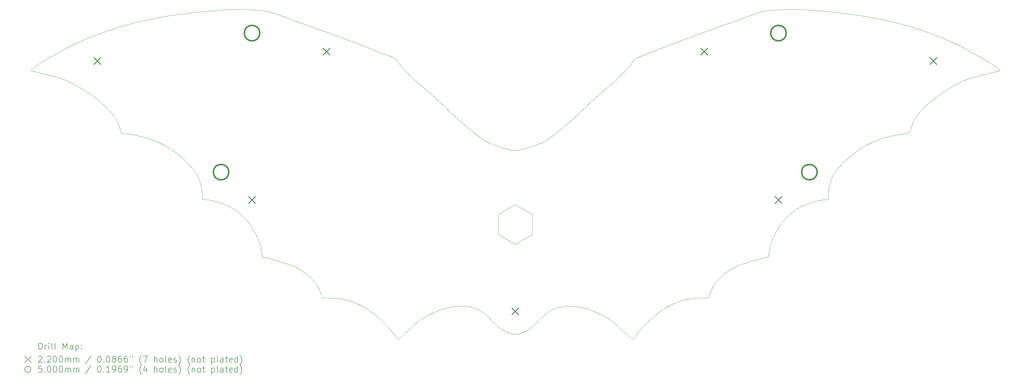
<source format=gbr>
%FSLAX45Y45*%
G04 Gerber Fmt 4.5, Leading zero omitted, Abs format (unit mm)*
G04 Created by KiCad (PCBNEW 6.0.2+dfsg-1) date 2022-06-30 23:45:21*
%MOMM*%
%LPD*%
G01*
G04 APERTURE LIST*
%TA.AperFunction,Profile*%
%ADD10C,0.120385*%
%TD*%
%TA.AperFunction,Profile*%
%ADD11C,0.100000*%
%TD*%
%ADD12C,0.200000*%
%ADD13C,0.220000*%
%ADD14C,0.500000*%
G04 APERTURE END LIST*
D10*
X29679431Y-5008906D02*
X29778374Y-4939924D01*
X14004947Y-11852224D02*
X14095672Y-11841522D01*
X12204400Y-12902691D02*
X12217000Y-12919000D01*
X969734Y-3784722D02*
X895475Y-3826865D01*
X26098940Y-8391726D02*
X26099940Y-8369726D01*
X16546814Y-6661161D02*
X16671163Y-6620561D01*
X15658647Y-12643270D02*
X15690642Y-12658544D01*
X26294595Y-7538413D02*
X26294595Y-7538413D01*
X15330777Y-6620835D02*
X15455127Y-6661435D01*
X19829943Y-3876143D02*
X19806112Y-3910944D01*
X13538170Y-11973206D02*
X13632489Y-11940088D01*
X5898985Y-8308683D02*
X5901000Y-8344000D01*
X12974808Y-4709355D02*
X12905560Y-4652402D01*
X11992960Y-3765695D02*
X11978138Y-3760731D01*
X2121751Y-4872889D02*
X2223566Y-4940199D01*
X7511784Y-9311102D02*
X7549032Y-9375528D01*
X4963835Y-6817015D02*
X5060117Y-6889165D01*
X26415341Y-7386717D02*
X26477332Y-7318619D01*
X15044230Y-12110649D02*
X15076542Y-12140417D01*
X21061541Y-11782906D02*
X21125017Y-11753563D01*
X17169085Y-11958297D02*
X17195336Y-11945633D01*
X7908813Y-2281042D02*
X7866302Y-2275670D01*
X12513179Y-4288973D02*
X12438287Y-4208628D01*
X5903000Y-8392000D02*
X5935000Y-8391000D01*
X28798498Y-6014614D02*
X28809100Y-5983931D01*
X26009061Y-2292975D02*
X25368374Y-2243334D01*
X12048070Y-3785799D02*
X12035040Y-3780789D01*
X25250879Y-2237184D02*
X25127027Y-2233249D01*
X22611246Y-2784527D02*
X21879870Y-3048168D01*
X28841969Y-5899394D02*
X28853515Y-5873233D01*
X8142608Y-2335481D02*
X8100581Y-2322463D01*
X27187619Y-2439022D02*
X26614579Y-2358024D01*
X28809100Y-5983931D02*
X28819832Y-5954598D01*
X7756298Y-9848121D02*
X7771697Y-9908691D01*
X19915998Y-12749946D02*
X19915998Y-12749946D01*
X9390695Y-2784801D02*
X8868420Y-2596979D01*
X6899948Y-8690128D02*
X6951266Y-8724242D01*
X17614793Y-5995278D02*
X17488668Y-6102845D01*
X20103947Y-12525958D02*
X20149741Y-12476977D01*
X28787954Y-6046790D02*
X28798498Y-6014614D01*
X23049928Y-10595939D02*
X23086060Y-10577888D01*
X11905240Y-3735084D02*
X11808466Y-3698733D01*
X1423174Y-3525912D02*
X1318852Y-3585111D01*
X10268398Y-11587331D02*
X10332159Y-11594798D01*
X14942173Y-6432099D02*
X14863186Y-6375791D01*
X3269553Y-6228342D02*
X3269553Y-6228342D01*
X12658756Y-4436753D02*
X12588041Y-4366512D01*
X5818394Y-7813771D02*
X5831417Y-7859921D01*
X11335650Y-12012373D02*
X11380110Y-12044886D01*
X28966699Y-5679317D02*
X28984510Y-5654816D01*
X29778374Y-4939924D02*
X29880189Y-4872615D01*
X7476230Y-9254867D02*
X7476230Y-9254867D01*
X12125613Y-3821644D02*
X12138457Y-3831383D01*
X17478856Y-11856432D02*
X17560053Y-11844162D01*
X20823744Y-3445329D02*
X20408192Y-3612995D01*
X17222820Y-11933398D02*
X17251918Y-11921298D01*
X1311313Y-4461765D02*
X1408041Y-4496528D01*
X17251918Y-11921298D02*
X17251918Y-11921298D01*
X11750827Y-12373332D02*
X11750827Y-12373332D01*
X2342128Y-3102341D02*
X2342128Y-3102341D01*
X3755189Y-6307868D02*
X3884247Y-6336098D01*
X3269553Y-6228342D02*
X3269553Y-6228342D01*
X19271695Y-12447684D02*
X19271695Y-12447684D01*
X28933944Y-5727271D02*
X28918858Y-5751016D01*
X29659812Y-3102067D02*
X29659812Y-3102067D01*
X25127027Y-2233249D02*
X24998719Y-2231507D01*
X5891758Y-8190404D02*
X5895040Y-8235202D01*
X28521941Y-6259488D02*
X28732387Y-6228068D01*
X8019686Y-10286193D02*
X8087550Y-10304599D01*
X24179325Y-10206868D02*
X24181970Y-10172416D01*
X24736333Y-2234513D02*
X24606056Y-2239219D01*
X9733791Y-11471127D02*
X9733791Y-11471127D01*
X14513273Y-6103119D02*
X14387147Y-5995552D01*
X24356835Y-2254927D02*
X24233769Y-2265478D01*
X12175512Y-12867129D02*
X12134593Y-12814495D01*
X5831417Y-7859921D02*
X5843494Y-7906916D01*
X26212113Y-7724888D02*
X26227500Y-7683008D01*
X31032206Y-3784448D02*
X31032206Y-3784448D01*
X24179325Y-10237868D02*
X24179325Y-10206868D01*
X12900464Y-12312678D02*
X12936850Y-12287037D01*
X21879870Y-3048168D02*
X21299169Y-3262744D01*
X584502Y-4271573D02*
X775136Y-4315660D01*
X2182338Y-3167746D02*
X2034026Y-3230588D01*
X15489864Y-12535943D02*
X15460860Y-12511898D01*
X20251114Y-12373057D02*
X20251114Y-12373057D01*
X3083082Y-5751290D02*
X3097401Y-5775073D01*
X16000000Y-6800000D02*
X16000000Y-6800000D01*
X26183546Y-7813497D02*
X26197435Y-7768481D01*
X19735968Y-12874246D02*
X19751287Y-12888068D01*
X27435899Y-6575698D02*
X27540655Y-6526373D01*
X19488761Y-4288699D02*
X19413899Y-4366238D01*
X12021472Y-3775751D02*
X12007425Y-3770710D01*
X17729350Y-11833516D02*
X17816975Y-11835096D01*
X20056479Y-3749273D02*
X20023803Y-3760456D01*
X11153159Y-11894693D02*
X11199887Y-11922562D01*
X15769544Y-6758227D02*
X15699031Y-6737154D01*
X5901000Y-8344000D02*
X5902000Y-8370000D01*
X16813577Y-6568136D02*
X16770847Y-6584991D01*
X10515520Y-11628483D02*
X10575123Y-11643739D01*
X16889091Y-6534374D02*
X16852707Y-6551391D01*
X19271695Y-12447684D02*
X19369433Y-12534825D01*
X367500Y-4204000D02*
X363000Y-4213000D01*
X11978138Y-3760731D02*
X11978138Y-3760731D01*
X24677663Y-9056771D02*
X24719785Y-9010111D01*
X19781179Y-3948785D02*
X19781179Y-3948785D01*
X11178197Y-3445604D02*
X10702771Y-3263018D01*
X11005700Y-11815151D02*
X11005700Y-11815151D01*
X12522379Y-12635213D02*
X12632507Y-12535099D01*
X9236414Y-10781980D02*
X9287951Y-10823877D01*
X19908359Y-3804744D02*
X19890416Y-3813488D01*
X31417438Y-4271298D02*
X31417438Y-4271298D01*
X22493810Y-11049288D02*
X22532892Y-11001932D01*
X16766534Y-12295876D02*
X16766534Y-12295876D01*
X3203443Y-6014888D02*
X3213986Y-6047065D01*
X25419875Y-8530117D02*
X25509645Y-8498131D01*
X5804505Y-7768755D02*
X5818394Y-7813771D01*
X18885172Y-4830011D02*
X18692722Y-5001202D01*
X23086060Y-10577888D02*
X23123852Y-10560326D01*
X8432643Y-2438573D02*
X8432643Y-2438573D01*
X27540655Y-6526373D02*
X27648391Y-6481040D01*
X23901359Y-2322188D02*
X23859332Y-2335207D01*
X3224541Y-6080881D02*
X3224541Y-6080881D01*
X7645106Y-2255201D02*
X7645106Y-2255201D01*
X11593748Y-3613269D02*
X11178197Y-3445604D01*
X19766571Y-3969925D02*
X19747338Y-3995419D01*
X26110182Y-8190129D02*
X26114954Y-8144149D01*
X1803107Y-4684030D02*
X1911119Y-4744501D01*
X15323738Y-12384212D02*
X15362200Y-12421619D01*
X939279Y-4355564D02*
X1080787Y-4392443D01*
X5586599Y-7386991D02*
X5639817Y-7448579D01*
X12007425Y-3770710D02*
X11992960Y-3765695D01*
X16639741Y-12421345D02*
X16678202Y-12383938D01*
X22334859Y-11303602D02*
X22361835Y-11250342D01*
X6492296Y-8498405D02*
X6582065Y-8530391D01*
X12175512Y-12867129D02*
X12191728Y-12887383D01*
X24342961Y-9593208D02*
X24378116Y-9518891D01*
X16092647Y-6792779D02*
X16060940Y-6797274D01*
X25335787Y-8564149D02*
X25376957Y-8546926D01*
X4866714Y-6749811D02*
X4963835Y-6817015D01*
X22946358Y-10655162D02*
X23014941Y-10614692D01*
X16990325Y-6477867D02*
X16957045Y-6497995D01*
X20945671Y-11840866D02*
X20996240Y-11814877D01*
X18652190Y-12052397D02*
X18652190Y-12052397D01*
X24902059Y-8837110D02*
X24950616Y-8797678D01*
X7395884Y-2239493D02*
X7265607Y-2234787D01*
X26197435Y-7768481D02*
X26212113Y-7724888D01*
X14095672Y-11841522D02*
X14184965Y-11835370D01*
X30798427Y-4427182D02*
X30921154Y-4392168D01*
X21125017Y-11753563D02*
X21187006Y-11726768D01*
X24260803Y-9796796D02*
X24271196Y-9766666D01*
X31610333Y-4172574D02*
X31597417Y-4160255D01*
X19980468Y-3775477D02*
X19966900Y-3780515D01*
X23978384Y-2301667D02*
X23940670Y-2311095D01*
X7476230Y-9254867D02*
X7511784Y-9311102D01*
X12085942Y-12750220D02*
X12085942Y-12750220D01*
X475895Y-4245924D02*
X498438Y-4251512D01*
X21187006Y-11726768D02*
X21247843Y-11702440D01*
X1896008Y-3291426D02*
X1767098Y-3350818D01*
X10634529Y-11661143D02*
X10694075Y-11680775D01*
X1408041Y-4496528D02*
X1497551Y-4532905D01*
X11803210Y-12426359D02*
X11852200Y-12477251D01*
X14750022Y-11921572D02*
X14779120Y-11933672D01*
X31503502Y-4251238D02*
X31478001Y-4257334D01*
X15799204Y-6766755D02*
X15769544Y-6758227D01*
X7718831Y-9734882D02*
X7730744Y-9766940D01*
X26104193Y-8287554D02*
X26106900Y-8234928D01*
X1141810Y-3687174D02*
X969734Y-3784722D01*
X11940789Y-12573522D02*
X11980784Y-12619344D01*
X5992879Y-2293249D02*
X5387361Y-2358299D01*
X6795193Y-8627790D02*
X6847893Y-8657950D01*
X23859332Y-2335207D02*
X23813470Y-2350412D01*
X27333695Y-6629206D02*
X27435899Y-6575698D01*
X25994940Y-8391726D02*
X25951941Y-8395883D01*
X13913030Y-11867454D02*
X14004947Y-11852224D01*
X5524609Y-7318893D02*
X5586599Y-7386991D01*
X1531866Y-3467502D02*
X1423174Y-3525912D01*
X24260803Y-9796796D02*
X24260803Y-9796796D01*
X16390956Y-6709850D02*
X16390956Y-6709850D01*
X15014116Y-12083958D02*
X15044230Y-12110649D01*
X6088330Y-8400465D02*
X6128845Y-8406345D01*
X29491765Y-5150668D02*
X29583760Y-5079255D01*
X8378843Y-10389222D02*
X8524099Y-10433372D01*
X30504389Y-4532631D02*
X30593900Y-4496254D01*
X22422980Y-11147454D02*
X22457178Y-11097790D01*
X24230244Y-9908417D02*
X24245642Y-9847847D01*
X10694075Y-11680775D02*
X10754098Y-11702715D01*
X30690628Y-4461491D02*
X30798427Y-4427182D01*
X15889673Y-6789602D02*
X15907353Y-6792779D01*
X28830765Y-5926467D02*
X28841969Y-5899394D01*
X1318852Y-3585111D02*
X1318852Y-3585111D01*
X24093127Y-2280768D02*
X24053494Y-2286764D01*
X12730246Y-12447958D02*
X12730246Y-12447958D01*
X14750022Y-11921572D02*
X14750022Y-11921572D01*
X18369452Y-11939813D02*
X18463770Y-11972932D01*
X15975389Y-12749825D02*
X15946016Y-12746989D01*
X26114954Y-8144149D02*
X26121140Y-8097275D01*
X12367482Y-4129970D02*
X12304881Y-4057494D01*
X7003222Y-2231781D02*
X6874913Y-2233523D01*
X19915998Y-12749946D02*
X19948778Y-12707197D01*
X1693833Y-4626447D02*
X1803107Y-4684030D01*
X31503502Y-4251238D02*
X31526045Y-4245650D01*
X23477841Y-10433098D02*
X23623097Y-10388948D01*
X5696311Y-7521351D02*
X5707345Y-7538687D01*
X20532881Y-12114417D02*
X20577429Y-12078667D01*
X14601664Y-11873637D02*
X14677389Y-11895252D01*
X363000Y-4213000D02*
X391000Y-4223000D01*
X31312511Y-3948737D02*
X31255816Y-3914126D01*
X31106465Y-3826591D02*
X31032206Y-3784448D01*
X19634459Y-4129696D02*
X19563654Y-4208353D01*
X404523Y-4160530D02*
X391608Y-4172848D01*
X15323738Y-12384212D02*
X15235406Y-12296150D01*
X3083082Y-5751290D02*
X3067996Y-5727545D01*
X16131674Y-6785227D02*
X16152883Y-6780079D01*
X11105354Y-11867603D02*
X11153159Y-11894693D01*
X30470074Y-3467228D02*
X30355828Y-3409050D01*
X15600000Y-12612000D02*
X15628602Y-12627882D01*
X9991165Y-11574138D02*
X9991165Y-11574138D01*
X25830722Y-8413426D02*
X25873095Y-8406071D01*
X9287951Y-10823877D02*
X9336969Y-10866830D01*
X19587915Y-12735049D02*
X19680331Y-12822178D01*
X10134894Y-11577560D02*
X10202755Y-11581612D01*
X15762514Y-12690268D02*
X15762514Y-12690268D01*
X14908023Y-12002083D02*
X14933155Y-12019406D01*
X8266225Y-10355876D02*
X8378843Y-10389222D01*
X29984472Y-4807281D02*
X30090821Y-4744227D01*
X18786008Y-12118870D02*
X18828636Y-12141705D01*
X12237664Y-12899760D02*
X12217000Y-12919000D01*
X14958960Y-12038631D02*
X14985820Y-12060050D01*
X22611246Y-2784527D02*
X22611246Y-2784527D01*
X23569298Y-2438299D02*
X23569298Y-2438299D01*
X19280734Y-4494927D02*
X19280734Y-4494927D01*
X26362123Y-7448305D02*
X26415341Y-7386717D01*
X18076709Y-5574653D02*
X17904880Y-5734603D01*
X7099881Y-8837384D02*
X7147334Y-8878425D01*
X16343293Y-12642996D02*
X16373338Y-12627608D01*
X15610984Y-6710124D02*
X15610984Y-6710124D01*
X7866302Y-2275670D02*
X7768171Y-2265752D01*
X1767098Y-3350818D02*
X1646113Y-3409324D01*
X31638940Y-4212726D02*
X31634440Y-4203726D01*
X12048070Y-3785799D02*
X12060499Y-3790754D01*
X31312511Y-3948737D02*
X31312511Y-3948737D01*
X19239142Y-12419640D02*
X19271695Y-12447684D01*
X14358310Y-11836805D02*
X14441888Y-11844436D01*
X16957711Y-12110375D02*
X16987824Y-12083684D01*
X17400276Y-11873363D02*
X17478856Y-11856432D01*
X18989812Y-12236789D02*
X19027876Y-12261562D01*
X30578766Y-3525637D02*
X30470074Y-3467228D01*
X11199887Y-11922562D02*
X11245743Y-11951364D01*
X7741138Y-9797071D02*
X7741138Y-9797071D01*
X8432643Y-2438573D02*
X8296174Y-2388695D01*
X5387361Y-2358299D02*
X4814321Y-2439296D01*
X12018176Y-12663920D02*
X12053163Y-12707471D01*
X17254582Y-6289544D02*
X17138754Y-6375516D01*
X19915998Y-12749946D02*
X19915998Y-12749946D01*
X11593748Y-3613269D02*
X11593748Y-3613269D01*
X17195336Y-11945633D02*
X17222820Y-11933398D01*
X16028953Y-12749825D02*
X16056009Y-12746989D01*
X19784940Y-12918726D02*
X19764277Y-12899485D01*
X26614579Y-2358024D02*
X26009061Y-2292975D01*
X25873095Y-8406071D02*
X25913610Y-8400191D01*
X23133521Y-2596704D02*
X22611246Y-2784527D01*
X20008980Y-3765421D02*
X19994515Y-3770436D01*
X16456848Y-12576962D02*
X16429608Y-12594970D01*
X16176517Y-6773894D02*
X16152883Y-6780079D01*
X26339787Y-7475599D02*
X26362123Y-7448305D01*
X9610736Y-11198573D02*
X9640106Y-11250617D01*
X20349152Y-12277419D02*
X20396322Y-12233363D01*
X20149741Y-12476977D02*
X20198730Y-12426084D01*
X3136465Y-5848113D02*
X3148425Y-5873507D01*
X28949867Y-5703420D02*
X28966699Y-5679317D01*
X8296174Y-2388695D02*
X8188470Y-2350686D01*
X13523335Y-5196936D02*
X13309218Y-5001476D01*
X19840600Y-3861089D02*
X19829943Y-3876143D01*
X12974808Y-4709355D02*
X12974808Y-4709355D01*
X31255816Y-3914126D02*
X31184068Y-3871613D01*
X24561035Y-9203623D02*
X24598196Y-9153609D01*
X13349750Y-12052671D02*
X13443845Y-12010741D01*
X15829544Y-12716738D02*
X15860449Y-12727136D01*
X31184068Y-3871613D02*
X31106465Y-3826591D01*
X18950876Y-12212430D02*
X18989812Y-12236789D01*
X19918625Y-3800116D02*
X19941442Y-3790480D01*
X9766994Y-11573455D02*
X9991165Y-11574138D01*
X31417438Y-4271298D02*
X31417438Y-4271298D01*
X20023803Y-3760456D02*
X20023803Y-3760456D01*
X16031103Y-6799439D02*
X16060940Y-6797274D01*
D11*
X15444358Y-8874200D02*
X15444358Y-9515800D01*
D10*
X21799185Y-11581338D02*
X21867047Y-11577286D01*
X24525710Y-9254593D02*
X24525710Y-9254593D01*
X24719785Y-9010111D02*
X24763377Y-8964734D01*
X19027132Y-4709080D02*
X19027132Y-4709080D01*
X7265607Y-2234787D02*
X7134086Y-2232209D01*
X28777400Y-6080607D02*
X28777400Y-6080607D01*
X9578960Y-11147729D02*
X9610736Y-11198573D01*
X9733791Y-11471127D02*
X9766994Y-11573455D01*
X5774440Y-7683283D02*
X5758420Y-7643406D01*
X19781179Y-3948785D02*
X19781179Y-3948785D01*
X7623824Y-9519165D02*
X7658980Y-9593483D01*
X15231094Y-6585265D02*
X15188363Y-6568410D01*
X12588041Y-4366512D02*
X12513179Y-4288973D01*
X31563162Y-4130483D02*
X31519957Y-4095654D01*
X18911049Y-12188472D02*
X18950876Y-12212430D01*
X25050674Y-8723968D02*
X25101992Y-8689854D01*
X5789828Y-7725162D02*
X5804505Y-7768755D01*
X26170524Y-7859647D02*
X26183546Y-7813497D01*
X19806112Y-3910944D02*
X19781179Y-3948785D01*
X13131631Y-12165176D02*
X13173304Y-12141979D01*
X12301880Y-12841192D02*
X12321609Y-12822452D01*
X2510176Y-5150942D02*
X2598093Y-5223115D01*
X15610984Y-6710124D02*
X15455127Y-6661435D01*
X21937465Y-11574821D02*
X22010776Y-11573864D01*
X7134086Y-2232209D02*
X7003222Y-2231781D01*
X12111525Y-3813762D02*
X12125613Y-3821644D01*
X4461285Y-6526647D02*
X4566041Y-6575972D01*
X11005700Y-11815151D02*
X11005700Y-11815151D01*
X3224541Y-6080881D02*
X3269553Y-6228342D01*
X12060499Y-3790754D02*
X12083315Y-3800390D01*
X15762514Y-12690268D02*
X15796991Y-12704448D01*
X17059767Y-6431825D02*
X16990325Y-6477867D01*
X10814935Y-11727042D02*
X10876923Y-11753837D01*
X26106900Y-8234928D02*
X26106900Y-8234928D01*
X24191560Y-10100112D02*
X24202309Y-10039262D01*
X16923586Y-6516703D02*
X16889091Y-6534374D01*
X19101476Y-12312404D02*
X19137053Y-12338499D01*
X30308108Y-4626173D02*
X30418241Y-4571781D01*
X31577634Y-4231329D02*
X31610940Y-4222726D01*
X12161341Y-3861363D02*
X12151973Y-3848518D01*
X19747338Y-3995419D02*
X19697059Y-4057220D01*
X19810212Y-12887109D02*
X19826429Y-12866855D01*
X27730872Y-2536505D02*
X27187619Y-2439022D01*
X21546557Y-11615019D02*
X21607565Y-11603818D01*
X7403744Y-9153883D02*
X7440906Y-9203897D01*
X15918410Y-12742262D02*
X15946016Y-12746989D01*
X6049999Y-8396157D02*
X6007000Y-8392000D01*
X15489864Y-12535943D02*
X15517772Y-12557596D01*
X20096701Y-3734810D02*
X20056479Y-3749273D01*
X9691679Y-11358369D02*
X9713911Y-11414113D01*
X12171998Y-3876417D02*
X12161341Y-3861363D01*
X12730246Y-12447958D02*
X12762798Y-12419914D01*
D11*
X15444358Y-9515800D02*
X16000000Y-9836600D01*
D10*
X11424512Y-12078941D02*
X11469060Y-12114691D01*
X26100940Y-8343726D02*
X26102955Y-8308409D01*
X24867854Y-2231935D02*
X24736333Y-2234513D01*
X7658980Y-9593483D02*
X7691047Y-9666204D01*
X24215502Y-9973793D02*
X24230244Y-9908417D01*
X31545800Y-4240510D02*
X31554686Y-4238089D01*
X29168586Y-5440879D02*
X29241855Y-5368250D01*
X7586777Y-9445698D02*
X7623824Y-9519165D01*
X3159971Y-5899668D02*
X3171176Y-5926741D01*
X16484168Y-12557321D02*
X16512077Y-12535669D01*
X20408192Y-3612995D02*
X20408192Y-3612995D01*
X7986322Y-2293918D02*
X7948447Y-2287038D01*
X552570Y-4264275D02*
X584502Y-4271573D01*
X24415164Y-9445424D02*
X24452909Y-9375254D01*
X20621831Y-12044612D02*
X20666290Y-12012099D01*
X15939060Y-6797274D02*
X15968897Y-6799439D01*
X24452909Y-9375254D02*
X24490156Y-9310828D01*
X28247027Y-2651012D02*
X27730872Y-2536505D01*
X24606056Y-2239219D02*
X24478923Y-2246031D01*
X18088911Y-11867180D02*
X18181785Y-11886915D01*
X12220762Y-3949060D02*
X12220762Y-3949060D01*
X26941823Y-6888891D02*
X27038105Y-6816741D01*
X26277146Y-7570544D02*
X26294595Y-7538413D01*
X1646113Y-3409324D02*
X1531866Y-3467502D01*
X6624983Y-8547200D02*
X6666153Y-8564423D01*
X21867047Y-11577286D02*
X21937465Y-11574821D01*
X14632032Y-6200068D02*
X14513273Y-6103119D01*
X17816975Y-11835096D02*
X17906269Y-11841248D01*
X16852707Y-6551391D02*
X16813577Y-6568136D01*
X15517772Y-12557596D02*
X15545092Y-12577236D01*
X9544763Y-11098064D02*
X9578960Y-11147729D01*
X5724795Y-7570818D02*
X5741845Y-7605821D01*
X29880189Y-4872615D02*
X29984472Y-4807281D01*
X6705248Y-8581965D02*
X6741939Y-8599730D01*
X13259535Y-12096656D02*
X13349750Y-12052671D01*
X14806604Y-11945907D02*
X14832855Y-11958571D01*
X11290929Y-11981250D02*
X11335650Y-12012373D01*
X8378843Y-10389222D02*
X8378843Y-10389222D01*
X3017430Y-5655090D02*
X3017430Y-5655090D01*
X3035241Y-5679591D02*
X3052073Y-5703694D01*
X531393Y-4058190D02*
X481983Y-4095928D01*
X9640106Y-11250617D02*
X9667082Y-11303876D01*
X2322510Y-5009180D02*
X2418181Y-5079529D01*
X26544947Y-7247394D02*
X26615038Y-7176426D01*
X5895040Y-8235202D02*
X5897748Y-8287828D01*
X15762514Y-12690268D02*
X15762514Y-12690268D01*
X12936850Y-12287037D02*
X12974064Y-12261837D01*
X6582065Y-8530391D02*
X6624983Y-8547200D01*
X26294595Y-7538413D02*
X26294595Y-7538413D01*
X2900937Y-5513327D02*
X2962429Y-5584740D01*
X24179325Y-10237868D02*
X24037008Y-10272017D01*
X2793134Y-2933529D02*
X2342128Y-3102341D01*
X1583700Y-4572055D02*
X1693833Y-4626447D01*
X5707345Y-7538687D02*
X5707345Y-7538687D01*
X19948778Y-12707197D02*
X19983764Y-12663645D01*
X31626940Y-4191726D02*
X31619982Y-4182822D01*
X12304881Y-4057494D02*
X12254602Y-3995693D01*
X31470548Y-4057916D02*
X31417675Y-4019418D01*
X19941442Y-3790480D02*
X19953871Y-3785525D01*
X12438287Y-4208628D02*
X12367482Y-4129970D01*
X30683088Y-3584837D02*
X30578766Y-3525637D01*
X20021156Y-12619070D02*
X20061151Y-12573248D01*
X24356835Y-2254927D02*
X24356835Y-2254927D01*
X19413899Y-4366238D02*
X19343184Y-4436479D01*
X10202755Y-11581612D02*
X10268398Y-11587331D01*
X12721206Y-4495201D02*
X12658756Y-4436753D01*
X2017468Y-4807555D02*
X2121751Y-4872889D01*
X7147334Y-8878425D02*
X7193592Y-8920994D01*
X9390695Y-2784801D02*
X9390695Y-2784801D01*
X31619982Y-4182822D02*
X31610333Y-4172574D01*
X969734Y-3784722D02*
X969734Y-3784722D01*
X21299169Y-3262744D02*
X20823744Y-3445329D01*
X16890506Y-12173283D02*
X16925398Y-12140143D01*
X11245743Y-11951364D02*
X11290929Y-11981250D01*
X22010776Y-11573864D02*
X22010776Y-11573864D01*
X23735715Y-10355602D02*
X23832511Y-10327474D01*
X4242406Y-6439784D02*
X4353550Y-6481315D01*
X15545092Y-12577236D02*
X15572332Y-12595245D01*
X15149233Y-6551665D02*
X15112849Y-6534649D01*
X13173304Y-12141979D02*
X13215932Y-12119144D01*
X28984510Y-5654816D02*
X28984510Y-5654816D01*
X5774440Y-7683283D02*
X5789828Y-7725162D01*
X24191560Y-10100112D02*
X24184146Y-10151630D01*
X19849968Y-3848243D02*
X19840600Y-3861089D01*
X16083615Y-12742262D02*
X16056009Y-12746989D01*
X12905560Y-4652402D02*
X12834663Y-4593041D01*
X19171842Y-12365061D02*
X19205865Y-12392104D01*
X31417438Y-4271298D02*
X31449370Y-4264001D01*
X24271196Y-9766666D02*
X24283109Y-9734608D01*
X12235370Y-3970199D02*
X12220762Y-3949060D01*
X11897994Y-12526232D02*
X11940789Y-12573522D01*
X26147390Y-7954192D02*
X26158446Y-7906642D01*
X20996240Y-11814877D02*
X21061541Y-11782906D01*
X22664971Y-10866556D02*
X22713989Y-10823603D01*
X16390956Y-6709850D02*
X16302909Y-6736880D01*
X25101992Y-8689854D02*
X25154047Y-8657676D01*
X11852200Y-12477251D02*
X11897994Y-12526232D01*
X16456848Y-12576962D02*
X16484168Y-12557321D01*
X3052073Y-5703694D02*
X3067996Y-5727545D01*
X10064476Y-11575095D02*
X10134894Y-11577560D01*
X15690642Y-12658544D02*
X15762514Y-12690268D01*
X2034026Y-3230588D02*
X1896008Y-3291426D01*
X4768328Y-6687363D02*
X4866714Y-6749811D01*
X31634440Y-4203726D02*
X31626940Y-4191726D01*
X20996240Y-11814877D02*
X20996240Y-11814877D01*
X14832855Y-11958571D02*
X14858255Y-11971959D01*
X2342128Y-3102341D02*
X2182338Y-3167746D01*
X14985820Y-12060050D02*
X15014116Y-12083958D01*
X31364082Y-3982309D02*
X31312511Y-3948737D01*
X16172481Y-12716738D02*
X16141576Y-12727136D01*
X19271695Y-12447684D02*
X19271695Y-12447684D01*
X16028953Y-12749825D02*
X15999854Y-12750770D01*
X8023556Y-2301941D02*
X7986322Y-2293918D01*
X7476230Y-9254867D02*
X7476230Y-9254867D01*
D11*
X15999983Y-8553429D02*
X16555625Y-8874229D01*
D10*
X19966900Y-3780515D02*
X19953871Y-3785525D01*
X13730299Y-5390676D02*
X13523335Y-5196936D01*
X21669781Y-11594524D02*
X21733542Y-11587057D01*
X15600000Y-12612000D02*
X15572332Y-12595245D01*
X6171218Y-8413700D02*
X6215120Y-8422435D01*
X11469060Y-12114691D02*
X11513958Y-12152289D01*
X12085942Y-12750220D02*
X12134593Y-12814495D01*
X26137436Y-8002007D02*
X26147390Y-7954192D01*
X25154047Y-8657676D02*
X25206748Y-8627516D01*
X22713989Y-10823603D02*
X22765526Y-10781706D01*
X24378116Y-9518891D02*
X24415164Y-9445424D01*
X7741138Y-9797071D02*
X7741138Y-9797071D01*
X30921154Y-4392168D02*
X31062661Y-4355290D01*
X15918410Y-12742262D02*
X15889979Y-12735645D01*
X31554686Y-4238089D02*
X31577634Y-4231329D01*
X22268149Y-11470853D02*
X22268149Y-11470853D01*
X21733542Y-11587057D02*
X21799185Y-11581338D01*
X26320825Y-7499998D02*
X26339787Y-7475599D01*
X817872Y-3871888D02*
X746124Y-3914400D01*
X2760085Y-5368524D02*
X2833354Y-5441153D01*
X17996993Y-11851950D02*
X18088911Y-11867180D01*
X27759534Y-6439510D02*
X27874513Y-6401591D01*
X26034940Y-8390726D02*
X25994940Y-8391726D01*
X28933944Y-5727271D02*
X28949867Y-5703420D01*
X28738775Y-2783083D02*
X28247027Y-2651012D01*
X689429Y-3949011D02*
X637859Y-3982583D01*
X18275378Y-11911134D02*
X18369452Y-11939813D01*
X18870309Y-12164902D02*
X18911049Y-12188472D01*
X26845951Y-6966179D02*
X26941823Y-6888891D01*
X12220762Y-3949060D02*
X12195828Y-3911218D01*
X24637103Y-9104631D02*
X24677663Y-9056771D01*
X24808348Y-8920720D02*
X24854606Y-8878151D01*
X3124022Y-5823339D02*
X3136465Y-5848113D01*
X27038105Y-6816741D02*
X27135226Y-6749537D01*
D11*
X16555608Y-8874200D02*
X16555608Y-9515800D01*
D10*
X24525710Y-9254593D02*
X24561035Y-9203623D01*
X18463770Y-11972932D02*
X18558096Y-12010467D01*
X28521941Y-6259488D02*
X28521941Y-6259488D01*
X22268149Y-11470853D02*
X22288030Y-11413839D01*
X22310262Y-11358095D02*
X22334859Y-11303602D01*
X969734Y-3784722D02*
X969734Y-3784722D01*
X8378843Y-10389222D02*
X8378843Y-10389222D01*
X7799631Y-10039536D02*
X7810381Y-10100386D01*
X20487983Y-12152015D02*
X20532881Y-12114417D01*
X10332159Y-11594798D02*
X10394375Y-11604092D01*
X23623097Y-10388948D02*
X23623097Y-10388948D01*
X5060117Y-6889165D02*
X5155990Y-6966453D01*
X19918625Y-3800116D02*
X19908359Y-3804744D01*
X2681530Y-5295743D02*
X2760085Y-5368524D01*
X20408192Y-3612995D02*
X20301510Y-3656241D01*
X12834663Y-4593041D02*
X12770437Y-4538298D01*
X13925231Y-5574928D02*
X13730299Y-5390676D01*
X5251880Y-7049069D02*
X5251880Y-7049069D01*
X31597417Y-4160255D02*
X31563162Y-4130483D01*
X14750022Y-11921572D02*
X14750022Y-11921572D01*
X15870498Y-6785399D02*
X15849290Y-6780251D01*
X19280734Y-4494927D02*
X19231503Y-4538024D01*
X5843494Y-7906916D02*
X5854550Y-7954466D01*
X30683088Y-3584837D02*
X30683088Y-3584837D01*
X26106900Y-8234928D02*
X26110182Y-8190129D01*
X5886986Y-8144423D02*
X5891758Y-8190404D01*
X6049999Y-8396157D02*
X6049999Y-8396157D01*
X523939Y-4257608D02*
X498438Y-4251512D01*
X15460860Y-12511898D02*
X15430253Y-12485083D01*
X14863186Y-6375791D02*
X14863186Y-6375791D01*
X23355607Y-10472356D02*
X23477841Y-10433098D01*
X13012129Y-12237063D02*
X13051064Y-12212705D01*
X19797541Y-12902417D02*
X19810212Y-12887109D01*
X16604405Y-12454842D02*
X16639741Y-12421345D01*
X26158446Y-7906642D02*
X26170524Y-7859647D01*
X9713911Y-11414113D02*
X9733791Y-11471127D01*
X5155990Y-6966453D02*
X5251880Y-7049069D01*
X23123852Y-10560326D02*
X23163813Y-10543039D01*
X23569298Y-2438299D02*
X23569298Y-2438299D01*
X20756198Y-11951090D02*
X20802053Y-11922288D01*
X16987824Y-12083684D02*
X17016121Y-12059776D01*
X5864505Y-8002281D02*
X5873281Y-8050072D01*
X4271069Y-2536779D02*
X3754914Y-2651287D01*
X12111525Y-3813762D02*
X12093581Y-3805018D01*
X15984095Y-6799875D02*
X15968897Y-6799439D01*
X31519957Y-4095654D02*
X31470548Y-4057916D01*
X9991165Y-11574138D02*
X10064476Y-11575095D01*
X12974808Y-4709355D02*
X12974808Y-4709355D01*
X24184146Y-10151630D02*
X24181970Y-10172416D01*
X24854606Y-8878151D02*
X24902059Y-8837110D01*
X26615038Y-7176426D02*
X26684459Y-7109098D01*
X5897748Y-8287828D02*
X5898985Y-8308683D01*
X16766534Y-12295876D02*
X16766534Y-12295876D01*
X10394375Y-11604092D02*
X10455383Y-11615294D01*
X11700430Y-3656515D02*
X11593748Y-3613269D01*
X5741845Y-7605821D02*
X5758420Y-7643406D01*
X13730299Y-5390676D02*
X13730299Y-5390676D01*
X20408192Y-3612995D02*
X20408192Y-3612995D01*
X28877918Y-5823065D02*
X28890916Y-5798767D01*
X25206748Y-8627516D02*
X25260002Y-8599455D01*
X17138754Y-6375516D02*
X17138754Y-6375516D01*
X31610940Y-4222726D02*
X31638940Y-4212726D01*
X7786439Y-9974067D02*
X7799631Y-10039536D01*
X22618458Y-10910583D02*
X22664971Y-10866556D01*
D11*
X15444375Y-8874229D02*
X16000017Y-8553429D01*
D10*
X17324551Y-11894978D02*
X17400276Y-11873363D01*
X12053163Y-12707471D02*
X12085942Y-12750220D01*
X7001755Y-8760211D02*
X7051324Y-8797952D01*
X11056269Y-11841140D02*
X11105354Y-11867603D01*
X15870498Y-6785399D02*
X15889673Y-6789602D01*
X25296693Y-8581691D02*
X25335787Y-8564149D01*
X6633566Y-2243608D02*
X5992879Y-2293249D01*
X12730246Y-12447958D02*
X12730246Y-12447958D01*
X4814321Y-2439296D02*
X4271069Y-2536779D01*
X28732387Y-6228068D02*
X28732387Y-6228068D01*
X6049999Y-8396157D02*
X6049999Y-8396157D01*
X13090891Y-12188746D02*
X13131631Y-12165176D01*
X689429Y-3949011D02*
X689429Y-3949011D01*
X17143686Y-11971685D02*
X17169085Y-11958297D01*
X3171176Y-5926741D02*
X3182108Y-5954872D01*
X17138754Y-6375516D02*
X17138754Y-6375516D01*
X584266Y-4019692D02*
X531393Y-4058190D01*
X2598093Y-5223115D02*
X2681530Y-5295743D01*
X14249721Y-5873945D02*
X14097061Y-5734877D01*
X15149289Y-12210364D02*
X15235406Y-12296150D01*
X20896586Y-11867329D02*
X20945671Y-11840866D01*
X14097061Y-5734877D02*
X13925231Y-5574928D01*
X7730744Y-9766940D02*
X7741138Y-9797071D01*
X3192841Y-5984206D02*
X3203443Y-6014888D01*
X12237664Y-12899760D02*
X12250654Y-12888342D01*
X31032206Y-3784448D02*
X30860130Y-3686900D01*
X30234842Y-3350544D02*
X30105933Y-3291152D01*
X30418241Y-4571781D02*
X30504389Y-4532631D01*
X27648391Y-6481040D02*
X27759534Y-6439510D01*
X7691047Y-9666204D02*
X7718831Y-9734882D01*
X14523085Y-11856706D02*
X14601664Y-11873637D01*
X12220762Y-3949060D02*
X12220762Y-3949060D01*
X3182108Y-5954872D02*
X3192841Y-5984206D01*
X5386902Y-7176700D02*
X5456994Y-7247668D01*
X6666153Y-8564423D02*
X6705248Y-8581965D01*
X16541080Y-12511624D02*
X16512077Y-12535669D01*
X16957045Y-6497995D02*
X16923586Y-6516703D01*
X8061270Y-2311369D02*
X8023556Y-2301941D01*
X24490156Y-9310828D02*
X24525710Y-9254593D01*
X23914390Y-10304325D02*
X23982254Y-10285919D01*
X7051324Y-8797952D02*
X7099881Y-8837384D01*
X584502Y-4271573D02*
X584502Y-4271573D01*
X689429Y-3949011D02*
X689429Y-3949011D01*
X20996240Y-11814877D02*
X20996240Y-11814877D01*
X16766534Y-12295876D02*
X16678202Y-12383938D01*
X23569298Y-2438299D02*
X23133521Y-2596704D01*
X17093918Y-12001808D02*
X17118757Y-11986091D01*
X3148425Y-5873507D02*
X3159971Y-5899668D01*
X12321609Y-12822452D02*
X12321609Y-12822452D01*
X11380110Y-12044886D02*
X11424512Y-12078941D01*
X11808466Y-3698733D02*
X11700430Y-3656515D01*
X19867347Y-12814221D02*
X19826429Y-12866855D01*
X584502Y-4271573D02*
X584502Y-4271573D01*
X31417675Y-4019418D02*
X31364082Y-3982309D01*
X23832511Y-10327474D02*
X23914390Y-10304325D01*
X26106900Y-8234928D02*
X26106900Y-8234928D01*
X15923636Y-6795363D02*
X15907353Y-6792779D01*
X30860130Y-3686900D02*
X30683088Y-3584837D01*
X12195828Y-3911218D02*
X12171998Y-3876417D01*
X5895040Y-8235202D02*
X5895040Y-8235202D01*
X20396322Y-12233363D02*
X20442531Y-12191613D01*
X13349750Y-12052671D02*
X13349750Y-12052671D01*
X20848781Y-11894419D02*
X20896586Y-11867329D01*
X16112046Y-12735645D02*
X16083615Y-12742262D01*
X424306Y-4231603D02*
X447254Y-4238363D01*
X23163813Y-10543039D02*
X23252296Y-10508432D01*
X19718749Y-12858401D02*
X19735968Y-12874246D01*
X24283109Y-9734608D02*
X24310893Y-9665930D01*
X4008183Y-6367367D02*
X4127427Y-6401866D01*
X26099940Y-8369726D02*
X26100940Y-8343726D01*
X7819970Y-10172690D02*
X7822615Y-10207142D01*
X19983764Y-12663645D02*
X20021156Y-12619070D01*
X22268149Y-11470853D02*
X22268149Y-11470853D01*
X16202968Y-6766583D02*
X16176517Y-6773894D01*
X13730299Y-5390676D02*
X13730299Y-5390676D01*
X25509645Y-8498131D02*
X25602473Y-8468962D01*
X26102955Y-8308409D02*
X26104193Y-8287554D01*
X19857708Y-3838089D02*
X19849968Y-3848243D01*
X12721206Y-4495201D02*
X12721206Y-4495201D01*
X15076542Y-12140417D02*
X15111435Y-12173558D01*
X24310893Y-9665930D02*
X24342961Y-9593208D01*
X28117693Y-6335824D02*
X28246751Y-6307594D01*
X10575123Y-11643739D02*
X10634529Y-11661143D01*
X637859Y-3982583D02*
X584266Y-4019692D01*
X11978138Y-3760731D02*
X11945462Y-3749548D01*
X28853515Y-5873233D02*
X28865475Y-5847839D01*
X15044895Y-6498269D02*
X15011615Y-6478142D01*
X27874513Y-6401591D02*
X27993757Y-6367093D01*
X15112849Y-6534649D02*
X15078355Y-6516977D01*
X30355828Y-3409050D02*
X30234842Y-3350544D01*
X13116769Y-4830286D02*
X13037676Y-4761913D01*
X8878089Y-10560600D02*
X8915880Y-10578162D01*
X15235406Y-12296150D02*
X15235406Y-12296150D01*
X523939Y-4257608D02*
X552570Y-4264275D01*
X29583760Y-5079255D02*
X29679431Y-5008906D01*
X9469049Y-11002206D02*
X9508130Y-11049563D01*
X7645106Y-2255201D02*
X7645106Y-2255201D01*
X12250654Y-12888342D02*
X12265973Y-12874520D01*
X26477332Y-7318619D02*
X26544947Y-7247394D01*
X29967914Y-3230314D02*
X29819602Y-3167472D01*
X5251880Y-7049069D02*
X5251880Y-7049069D01*
X12191728Y-12887383D02*
X12204400Y-12902691D01*
X16311298Y-12658270D02*
X16343293Y-12642996D01*
X9508130Y-11049563D02*
X9544763Y-11098064D01*
X9733791Y-11471127D02*
X9733791Y-11471127D01*
X23982254Y-10285919D02*
X24037008Y-10272017D01*
X4566041Y-6575972D02*
X4668246Y-6629480D01*
X9427504Y-10955977D02*
X9469049Y-11002206D01*
X29208806Y-2933255D02*
X28738775Y-2783083D01*
X22391204Y-11198299D02*
X22422980Y-11147454D01*
X11750827Y-12373332D02*
X11750827Y-12373332D01*
X391000Y-4223000D02*
X424306Y-4231603D01*
X7324278Y-9057045D02*
X7364838Y-9104905D01*
X22010776Y-11573864D02*
X22010776Y-11573864D01*
X12093581Y-3805018D02*
X12083315Y-3800390D01*
X11803210Y-12426359D02*
X11750827Y-12373332D01*
X17369909Y-6199793D02*
X17254582Y-6289544D01*
X11945462Y-3749548D02*
X11905240Y-3735084D01*
X381958Y-4183096D02*
X375000Y-4192000D01*
X28777400Y-6080607D02*
X28787954Y-6046790D01*
X21486421Y-11628208D02*
X21546557Y-11615019D01*
X10122071Y-3048442D02*
X9390695Y-2784801D01*
X12632507Y-12535099D02*
X12730246Y-12447958D01*
X21426818Y-11643465D02*
X21486421Y-11628208D01*
X15235406Y-12296150D02*
X15235406Y-12296150D01*
X12265973Y-12874520D02*
X12283191Y-12858676D01*
X18558096Y-12010467D02*
X18652190Y-12052397D01*
X14863186Y-6375791D02*
X14747358Y-6289818D01*
X7768171Y-2265752D02*
X7645106Y-2255201D01*
X9383482Y-10910858D02*
X9427504Y-10955977D01*
X15362200Y-12421619D02*
X15397536Y-12455116D01*
X29659812Y-3102067D02*
X29659812Y-3102067D01*
X5456994Y-7247668D02*
X5524609Y-7318893D01*
X481983Y-4095928D02*
X438779Y-4130757D01*
X28890916Y-5798767D02*
X28904539Y-5774799D01*
X20442531Y-12191613D02*
X20487983Y-12152015D01*
X4127427Y-6401866D02*
X4242406Y-6439784D01*
X11005700Y-11815151D02*
X11056269Y-11841140D01*
X10754098Y-11702715D02*
X10814935Y-11727042D01*
X8749644Y-10508706D02*
X8838127Y-10543313D01*
X16766534Y-12295876D02*
X16852652Y-12210090D01*
X25260002Y-8599455D02*
X25296693Y-8581691D01*
X375000Y-4192000D02*
X367500Y-4204000D01*
X14441888Y-11844436D02*
X14523085Y-11856706D01*
X20301510Y-3656241D02*
X20193475Y-3698458D01*
X12762798Y-12419914D02*
X12796075Y-12392378D01*
X5873281Y-8050072D02*
X5880801Y-8097549D01*
X12414026Y-12735324D02*
X12522379Y-12635213D01*
X28819832Y-5954598D02*
X28830765Y-5926467D01*
X15628602Y-12627882D02*
X15658647Y-12643270D01*
X14779120Y-11933672D02*
X14806604Y-11945907D01*
X16890506Y-12173283D02*
X16852652Y-12210090D01*
X9390695Y-2784801D02*
X9390695Y-2784801D01*
X17042981Y-12038356D02*
X17068786Y-12019132D01*
X19479561Y-12634939D02*
X19587915Y-12735049D01*
X15330777Y-6620835D02*
X15231094Y-6585265D01*
X11593748Y-3613269D02*
X11593748Y-3613269D01*
X24202309Y-10039262D02*
X24215502Y-9973793D01*
X28865475Y-5847839D02*
X28877918Y-5823065D01*
X18652190Y-12052397D02*
X18742405Y-12096382D01*
X19563654Y-4208353D02*
X19488761Y-4288699D01*
X25786820Y-8422161D02*
X25830722Y-8413426D01*
X29659812Y-3102067D02*
X29208806Y-2933255D01*
X5707345Y-7538687D02*
X5707345Y-7538687D01*
X27135226Y-6749537D02*
X27233613Y-6687089D01*
X28732387Y-6228068D02*
X28777400Y-6080607D01*
X24950616Y-8797678D02*
X25000185Y-8759936D01*
X29819602Y-3167472D02*
X29659812Y-3102067D01*
X25913610Y-8400191D02*
X25951941Y-8395883D01*
X18742405Y-12096382D02*
X18786008Y-12118870D01*
X26066940Y-8390726D02*
X26034940Y-8390726D01*
X7193592Y-8920994D02*
X7238563Y-8965008D01*
X16571687Y-12484808D02*
X16604405Y-12454842D01*
X6951266Y-8724242D02*
X7001755Y-8760211D01*
X10876923Y-11753837D02*
X10940399Y-11783180D01*
X24478923Y-2246031D02*
X24356835Y-2254927D01*
X3111024Y-5799041D02*
X3124022Y-5823339D01*
D11*
X16000000Y-9836600D02*
X16555642Y-9515800D01*
D10*
X12151973Y-3848518D02*
X12144232Y-3838363D01*
X8952013Y-10596213D02*
X8986999Y-10614966D01*
X20061151Y-12573248D02*
X20103947Y-12525958D01*
X22234946Y-11573181D02*
X22268149Y-11470853D01*
X15149289Y-12210364D02*
X15111435Y-12173558D01*
X19680331Y-12822178D02*
X19700060Y-12840918D01*
X17906269Y-11841248D02*
X17996993Y-11851950D01*
X13820156Y-11887189D02*
X13913030Y-11867454D01*
X12830098Y-12365335D02*
X12864888Y-12338773D01*
X16239427Y-12689994D02*
X16239427Y-12689994D01*
X5639817Y-7448579D02*
X5662153Y-7475874D01*
X19167278Y-4592766D02*
X19096380Y-4652127D01*
X17752219Y-5873671D02*
X17614793Y-5995278D01*
X26066940Y-8390726D02*
X26098940Y-8391726D01*
X24053494Y-2286764D02*
X24015619Y-2293644D01*
X20666290Y-12012099D02*
X20711011Y-11980975D01*
X23940670Y-2311095D02*
X23901359Y-2322188D01*
X5317482Y-7109372D02*
X5386902Y-7176700D01*
X6847893Y-8657950D02*
X6899948Y-8690128D01*
X9182344Y-10741122D02*
X9236414Y-10781980D01*
X30198834Y-4683756D02*
X30308108Y-4626173D01*
X21367412Y-11660869D02*
X21426818Y-11643465D01*
X11559409Y-12191887D02*
X11605618Y-12233638D01*
X447254Y-4238363D02*
X456140Y-4240784D01*
X456140Y-4240784D02*
X475895Y-4245924D01*
X19700060Y-12840918D02*
X19718749Y-12858401D01*
X18692722Y-5001202D02*
X18478605Y-5196662D01*
X20193475Y-3698458D02*
X20096701Y-3734810D01*
X18652190Y-12052397D02*
X18652190Y-12052397D01*
X8432643Y-2438573D02*
X8432643Y-2438573D01*
X19096380Y-4652127D02*
X19027132Y-4709080D01*
X7948447Y-2287038D02*
X7908813Y-2281042D01*
X22876214Y-10701010D02*
X22946358Y-10655162D01*
X20251114Y-12373057D02*
X20349152Y-12277419D01*
X29101003Y-5513053D02*
X29168586Y-5440879D01*
X3754914Y-2651287D02*
X3263165Y-2783357D01*
X28777400Y-6080607D02*
X28777400Y-6080607D01*
X24245642Y-9847847D02*
X24260803Y-9796796D01*
X10702771Y-3263018D02*
X10122071Y-3048442D01*
X2418181Y-5079529D02*
X2510176Y-5150942D01*
X6306201Y-8443656D02*
X6399467Y-8469236D01*
X13051064Y-12212705D02*
X13090891Y-12188746D01*
X3620583Y-6282486D02*
X3755189Y-6307868D01*
X21247843Y-11702440D02*
X21307866Y-11680501D01*
X14858255Y-11971959D02*
X14883183Y-11986365D01*
X12796075Y-12392378D02*
X12830098Y-12365335D01*
X30090821Y-4744227D02*
X30198834Y-4683756D01*
X26294595Y-7538413D02*
X26305630Y-7521077D01*
X12035040Y-3780789D02*
X12021472Y-3775751D01*
X13349750Y-12052671D02*
X13349750Y-12052671D01*
X16302909Y-6736880D02*
X16232396Y-6757952D01*
X23623097Y-10388948D02*
X23623097Y-10388948D01*
X9336969Y-10866830D02*
X9383482Y-10910858D01*
X11978138Y-3760731D02*
X11978138Y-3760731D01*
X8646334Y-10472630D02*
X8749644Y-10508706D01*
X6741939Y-8599730D02*
X6795193Y-8627790D01*
X18271642Y-5390402D02*
X18076709Y-5574653D01*
X19680331Y-12822178D02*
X19680331Y-12822178D01*
X7964933Y-10272291D02*
X8019686Y-10286193D01*
X28732387Y-6228068D02*
X28732387Y-6228068D01*
X5967000Y-8391000D02*
X5935000Y-8391000D01*
X20577429Y-12078667D02*
X20621831Y-12044612D01*
X21607565Y-11603818D02*
X21669781Y-11594524D01*
X2342128Y-3102341D02*
X2342128Y-3102341D01*
X22765526Y-10781706D02*
X22819597Y-10740847D01*
X25602473Y-8468962D02*
X25695739Y-8443382D01*
X30683088Y-3584837D02*
X30683088Y-3584837D01*
X31226805Y-4315386D02*
X31417438Y-4271298D01*
X14863186Y-6375791D02*
X14863186Y-6375791D01*
X28984510Y-5654816D02*
X29039511Y-5584466D01*
X7238563Y-8965008D02*
X7282156Y-9010385D01*
X17251918Y-11921298D02*
X17324551Y-11894978D01*
X10455383Y-11615294D02*
X10515520Y-11628483D01*
X3884247Y-6336098D02*
X4008183Y-6367367D01*
X12254602Y-3995693D02*
X12235370Y-3970199D01*
X3017430Y-5655090D02*
X3035241Y-5679591D01*
X13215932Y-12119144D02*
X13259535Y-12096656D01*
X1318852Y-3585111D02*
X1318852Y-3585111D01*
X12321609Y-12822452D02*
X12414026Y-12735324D01*
X30593900Y-4496254D02*
X30690628Y-4461491D01*
X16390956Y-6709850D02*
X16390956Y-6709850D01*
X17251918Y-11921298D02*
X17251918Y-11921298D01*
X3479999Y-6259762D02*
X3479999Y-6259762D01*
X29320410Y-5295469D02*
X29403847Y-5222840D01*
X10940399Y-11783180D02*
X11005700Y-11815151D01*
X12144232Y-3838363D02*
X12138457Y-3831383D01*
X12283191Y-12858676D02*
X12301880Y-12841192D01*
X5895040Y-8235202D02*
X5895040Y-8235202D01*
X7645106Y-2255201D02*
X7523017Y-2246305D01*
X16373338Y-12627608D02*
X16401940Y-12611726D01*
X12974064Y-12261837D02*
X13012129Y-12237063D01*
X14933155Y-12019406D02*
X14958960Y-12038631D01*
X28381357Y-6282212D02*
X28521941Y-6259488D01*
X7440906Y-9203897D02*
X7476230Y-9254867D01*
X6399467Y-8469236D02*
X6492296Y-8498405D01*
X20023803Y-3760456D02*
X20023803Y-3760456D01*
X3213986Y-6047065D02*
X3224541Y-6080881D01*
X16112046Y-12735645D02*
X16141576Y-12727136D01*
X1497551Y-4532905D02*
X1583700Y-4572055D01*
X18271642Y-5390402D02*
X18271642Y-5390402D01*
X16031103Y-6799439D02*
X16000000Y-6800000D01*
X15397536Y-12455116D02*
X15430253Y-12485083D01*
X19027132Y-4709080D02*
X18964264Y-4761639D01*
X11513958Y-12152289D02*
X11559409Y-12191887D01*
X17643630Y-11836530D02*
X17729350Y-11833516D01*
X7822615Y-10207142D02*
X7822615Y-10238142D01*
X11652788Y-12277694D02*
X11750827Y-12373332D01*
X12864888Y-12338773D02*
X12900464Y-12312678D01*
X8188470Y-2350686D02*
X8142608Y-2335481D01*
X29403847Y-5222840D02*
X29491765Y-5150668D01*
X20251114Y-12373057D02*
X20251114Y-12373057D01*
X895475Y-3826865D02*
X817872Y-3871888D01*
X1080787Y-4392443D02*
X1203513Y-4427457D01*
X12721206Y-4495201D02*
X12721206Y-4495201D01*
X24135639Y-2275395D02*
X24093127Y-2280768D01*
X14387147Y-5995552D02*
X14249721Y-5873945D01*
X12085942Y-12750220D02*
X12085942Y-12750220D01*
X13309218Y-5001476D02*
X13116769Y-4830286D01*
X5880801Y-8097549D02*
X5886986Y-8144423D01*
X26684459Y-7109098D02*
X26750060Y-7048795D01*
X28984510Y-5654816D02*
X28984510Y-5654816D01*
X27993757Y-6367093D02*
X28117693Y-6335824D01*
X23252296Y-10508432D02*
X23355607Y-10472356D01*
X24525710Y-9254593D02*
X24525710Y-9254593D01*
X9055582Y-10655436D02*
X9125726Y-10701284D01*
X8100581Y-2322463D02*
X8061270Y-2311369D01*
X20023803Y-3760456D02*
X20008980Y-3765421D01*
X7817794Y-10151904D02*
X7810381Y-10100386D01*
X17016121Y-12059776D02*
X17042981Y-12038356D01*
X25376957Y-8546926D02*
X25419875Y-8530117D01*
X16546814Y-6661161D02*
X16390956Y-6709850D01*
X15999854Y-12750770D02*
X15975389Y-12749825D01*
X775136Y-4315660D02*
X939279Y-4355564D01*
X19751287Y-12888068D02*
X19764277Y-12899485D01*
X24763377Y-8964734D02*
X24808348Y-8920720D01*
X8838127Y-10543313D02*
X8878089Y-10560600D01*
X19027876Y-12261562D02*
X19065091Y-12286763D01*
X24356835Y-2254927D02*
X24356835Y-2254927D01*
X5902000Y-8370000D02*
X5903000Y-8392000D01*
X24598196Y-9153609D02*
X24637103Y-9104631D01*
X28521941Y-6259488D02*
X28521941Y-6259488D01*
X14747358Y-6289818D02*
X14632032Y-6200068D01*
X3097401Y-5775073D02*
X3111024Y-5799041D01*
X8169429Y-10327748D02*
X8266225Y-10355876D01*
X31526045Y-4245650D02*
X31545800Y-4240510D01*
X6874913Y-2233523D02*
X6751061Y-2237459D01*
X21307866Y-11680501D02*
X21367412Y-11660869D01*
X19697059Y-4057220D02*
X19634459Y-4129696D01*
X2962429Y-5584740D02*
X3017430Y-5655090D01*
X19205865Y-12392104D02*
X19239142Y-12419640D01*
X26750060Y-7048795D02*
X26845951Y-6966179D01*
X1318852Y-3585111D02*
X1141810Y-3687174D01*
X4353550Y-6481315D02*
X4461285Y-6526647D01*
X11605618Y-12233638D02*
X11652788Y-12277694D01*
X3269553Y-6228342D02*
X3479999Y-6259762D01*
X6007000Y-8392000D02*
X5967000Y-8391000D01*
X7523017Y-2246305D02*
X7395884Y-2239493D01*
X19065091Y-12286763D02*
X19101476Y-12312404D01*
X16770847Y-6584991D02*
X16671163Y-6620561D01*
X438779Y-4130757D02*
X404523Y-4160530D01*
X26260095Y-7605547D02*
X26277146Y-7570544D01*
X5662153Y-7475874D02*
X5681115Y-7500272D01*
X9125726Y-10701284D02*
X9182344Y-10741122D01*
X16172481Y-12716738D02*
X16204949Y-12704174D01*
X13632489Y-11940088D02*
X13726563Y-11911408D01*
X4668246Y-6629480D02*
X4768328Y-6687363D01*
X22010776Y-11573864D02*
X22234946Y-11573181D01*
X26750060Y-7048795D02*
X26750060Y-7048795D01*
X6215120Y-8422435D02*
X6306201Y-8443656D01*
X26305630Y-7521077D02*
X26320825Y-7499998D01*
X25368374Y-2243334D02*
X25250879Y-2237184D01*
X14883183Y-11986365D02*
X14908023Y-12002083D01*
X19231503Y-4538024D02*
X19167278Y-4592766D01*
X16239427Y-12689994D02*
X16239427Y-12689994D01*
X3263165Y-2783357D02*
X2793134Y-2933529D01*
X22574436Y-10955703D02*
X22618458Y-10910583D01*
X19280734Y-4494927D02*
X19280734Y-4494927D01*
X18828636Y-12141705D02*
X18870309Y-12164902D01*
X3017430Y-5655090D02*
X3017430Y-5655090D01*
X19343184Y-4436479D02*
X19280734Y-4494927D01*
X26121140Y-8097275D02*
X26128659Y-8049798D01*
X25951941Y-8395883D02*
X25951941Y-8395883D01*
X5251880Y-7049069D02*
X5317482Y-7109372D01*
X8524099Y-10433372D02*
X8646334Y-10472630D01*
X22532892Y-11001932D02*
X22574436Y-10955703D01*
X3224541Y-6080881D02*
X3224541Y-6080881D01*
X1203513Y-4427457D02*
X1311313Y-4461765D01*
X24998719Y-2231507D02*
X24867854Y-2231935D01*
X8915880Y-10578162D02*
X8952013Y-10596213D01*
X26243520Y-7643132D02*
X26227500Y-7683008D01*
X18964264Y-4761639D02*
X18885172Y-4830011D01*
X20711011Y-11980975D02*
X20756198Y-11951090D01*
X15939060Y-6797274D02*
X15923636Y-6795363D01*
X7364838Y-9104905D02*
X7403744Y-9153883D01*
X14184965Y-11835370D02*
X14272591Y-11833790D01*
X22819597Y-10740847D02*
X22876214Y-10701010D01*
X17488668Y-6102845D02*
X17369909Y-6199793D01*
X24015619Y-2293644D02*
X23978384Y-2301667D01*
X2223566Y-4940199D02*
X2322510Y-5009180D01*
X8986999Y-10614966D02*
X9055582Y-10655436D01*
X13443845Y-12010741D02*
X13538170Y-11973206D01*
X7741138Y-9797071D02*
X7756298Y-9848121D01*
X6751061Y-2237459D02*
X6633566Y-2243608D01*
X23623097Y-10388948D02*
X23735715Y-10355602D01*
X19369433Y-12534825D02*
X19479561Y-12634939D01*
X391608Y-4172848D02*
X381958Y-4183096D01*
X26750060Y-7048795D02*
X26750060Y-7048795D01*
X24260803Y-9796796D02*
X24260803Y-9796796D01*
X28246751Y-6307594D02*
X28381357Y-6282212D01*
X16925398Y-12140143D02*
X16957711Y-12110375D01*
X7549032Y-9375528D02*
X7586777Y-9445698D01*
X23014941Y-10614692D02*
X23049928Y-10595939D01*
X27233613Y-6687089D02*
X27333695Y-6629206D01*
X2833354Y-5441153D02*
X2900937Y-5513327D01*
X25951941Y-8395883D02*
X25951941Y-8395883D01*
X7771697Y-9908691D02*
X7786439Y-9974067D01*
X16541080Y-12511624D02*
X16571687Y-12484808D01*
X15796991Y-12704448D02*
X15829544Y-12716738D01*
X15078355Y-6516977D02*
X15044895Y-6498269D01*
X17068786Y-12019132D02*
X17093918Y-12001808D01*
X17138754Y-6375516D02*
X17059767Y-6431825D01*
X6049999Y-8396157D02*
X6088330Y-8400465D01*
X3479999Y-6259762D02*
X3620583Y-6282486D01*
X5681115Y-7500272D02*
X5696311Y-7521351D01*
X14272591Y-11833790D02*
X14358310Y-11836805D01*
X28904539Y-5774799D02*
X28918858Y-5751016D01*
X19863484Y-3831109D02*
X19857708Y-3838089D01*
X23813470Y-2350412D02*
X23705766Y-2388421D01*
X29039511Y-5584466D02*
X29101003Y-5513053D01*
X22361835Y-11250342D02*
X22391204Y-11198299D01*
X15011615Y-6478142D02*
X14942173Y-6432099D01*
X26243520Y-7643132D02*
X26260095Y-7605547D01*
X19784940Y-12918726D02*
X19797541Y-12902417D01*
X7964933Y-10272291D02*
X7822615Y-10238142D01*
X8087550Y-10304599D02*
X8169429Y-10327748D01*
X25000185Y-8759936D02*
X25050674Y-8723968D01*
X8868420Y-2596979D02*
X8432643Y-2438573D01*
X25695739Y-8443382D02*
X25786820Y-8422161D01*
X1911119Y-4744501D02*
X2017468Y-4807555D01*
X19863484Y-3831109D02*
X19876327Y-3821370D01*
X7282156Y-9010385D02*
X7324278Y-9057045D01*
X15860449Y-12727136D02*
X15889979Y-12735645D01*
X17904880Y-5734603D02*
X17752219Y-5873671D01*
X19867347Y-12814221D02*
X19915998Y-12749946D01*
X22288030Y-11413839D02*
X22310262Y-11358095D01*
X15188363Y-6568410D02*
X15149233Y-6551665D01*
X29241855Y-5368250D02*
X29320410Y-5295469D01*
X12770437Y-4538298D02*
X12721206Y-4495201D01*
X19781179Y-3948785D02*
X19766571Y-3969925D01*
X3479999Y-6259762D02*
X3479999Y-6259762D01*
X17118757Y-11986091D02*
X17143686Y-11971685D01*
X15984095Y-6799875D02*
X16000000Y-6800000D01*
X22457178Y-11097790D02*
X22493810Y-11049288D01*
X15699031Y-6737154D02*
X15610984Y-6710124D01*
X19027132Y-4709080D02*
X19027132Y-4709080D01*
X17560053Y-11844162D02*
X17643630Y-11836530D01*
X22611246Y-2784527D02*
X22611246Y-2784527D01*
X19137053Y-12338499D02*
X19171842Y-12365061D01*
X16202968Y-6766583D02*
X16232396Y-6757952D01*
X13037676Y-4761913D02*
X12974808Y-4709355D01*
X6128845Y-8406345D02*
X6171218Y-8413700D01*
X5707345Y-7538687D02*
X5724795Y-7570818D01*
X24233769Y-2265478D02*
X24135639Y-2275395D01*
X746124Y-3914400D02*
X689429Y-3949011D01*
X20251114Y-12373057D02*
X20198730Y-12426084D01*
X5854550Y-7954466D02*
X5864505Y-8002281D01*
X16429608Y-12594970D02*
X16401940Y-12611726D01*
X16204949Y-12704174D02*
X16239427Y-12689994D01*
X31032206Y-3784448D02*
X31032206Y-3784448D01*
X18271642Y-5390402D02*
X18271642Y-5390402D01*
X15849290Y-6780251D02*
X15799204Y-6766755D01*
X13726563Y-11911408D02*
X13820156Y-11887189D01*
X31449370Y-4264001D02*
X31478001Y-4257334D01*
X9667082Y-11303876D02*
X9691679Y-11358369D01*
X7819970Y-10172690D02*
X7817794Y-10151904D01*
X31312511Y-3948737D02*
X31312511Y-3948737D01*
X16239427Y-12689994D02*
X16311298Y-12658270D01*
X31062661Y-4355290D02*
X31226805Y-4315386D01*
X19876327Y-3821370D02*
X19890416Y-3813488D01*
X15610984Y-6710124D02*
X15610984Y-6710124D01*
X18478605Y-5196662D02*
X18271642Y-5390402D01*
X14677389Y-11895252D02*
X14750022Y-11921572D01*
X20802053Y-11922288D02*
X20848781Y-11894419D01*
X9991165Y-11574138D02*
X9991165Y-11574138D01*
X26128659Y-8049798D02*
X26137436Y-8002007D01*
X19994515Y-3770436D02*
X19980468Y-3775477D01*
X23705766Y-2388421D02*
X23569298Y-2438299D01*
X11980784Y-12619344D02*
X12018176Y-12663920D01*
X18181785Y-11886915D02*
X18275378Y-11911134D01*
X30105933Y-3291152D02*
X29967914Y-3230314D01*
X16092647Y-6792779D02*
X16131674Y-6785227D01*
D12*
D13*
X2390000Y-3790000D02*
X2610000Y-4010000D01*
X2610000Y-3790000D02*
X2390000Y-4010000D01*
X7390000Y-8290000D02*
X7610000Y-8510000D01*
X7610000Y-8290000D02*
X7390000Y-8510000D01*
X9790000Y-3490000D02*
X10010000Y-3710000D01*
X10010000Y-3490000D02*
X9790000Y-3710000D01*
X15890000Y-11890000D02*
X16110000Y-12110000D01*
X16110000Y-11890000D02*
X15890000Y-12110000D01*
X21990000Y-3490000D02*
X22210000Y-3710000D01*
X22210000Y-3490000D02*
X21990000Y-3710000D01*
X24390000Y-8290000D02*
X24610000Y-8510000D01*
X24610000Y-8290000D02*
X24390000Y-8510000D01*
X29390000Y-3790000D02*
X29610000Y-4010000D01*
X29610000Y-3790000D02*
X29390000Y-4010000D01*
D14*
X6750000Y-7500000D02*
G75*
G03*
X6750000Y-7500000I-250000J0D01*
G01*
X7750000Y-3000000D02*
G75*
G03*
X7750000Y-3000000I-250000J0D01*
G01*
X24750000Y-3000000D02*
G75*
G03*
X24750000Y-3000000I-250000J0D01*
G01*
X25750000Y-7500000D02*
G75*
G03*
X25750000Y-7500000I-250000J0D01*
G01*
D12*
X614600Y-13235495D02*
X614600Y-13035495D01*
X662219Y-13035495D01*
X690790Y-13045019D01*
X709838Y-13064067D01*
X719362Y-13083114D01*
X728885Y-13121210D01*
X728885Y-13149781D01*
X719362Y-13187876D01*
X709838Y-13206924D01*
X690790Y-13225971D01*
X662219Y-13235495D01*
X614600Y-13235495D01*
X814600Y-13235495D02*
X814600Y-13102162D01*
X814600Y-13140257D02*
X824124Y-13121210D01*
X833647Y-13111686D01*
X852695Y-13102162D01*
X871743Y-13102162D01*
X938409Y-13235495D02*
X938409Y-13102162D01*
X938409Y-13035495D02*
X928885Y-13045019D01*
X938409Y-13054543D01*
X947933Y-13045019D01*
X938409Y-13035495D01*
X938409Y-13054543D01*
X1062219Y-13235495D02*
X1043171Y-13225971D01*
X1033647Y-13206924D01*
X1033647Y-13035495D01*
X1166981Y-13235495D02*
X1147933Y-13225971D01*
X1138409Y-13206924D01*
X1138409Y-13035495D01*
X1395552Y-13235495D02*
X1395552Y-13035495D01*
X1462219Y-13178352D01*
X1528885Y-13035495D01*
X1528885Y-13235495D01*
X1709838Y-13235495D02*
X1709838Y-13130733D01*
X1700314Y-13111686D01*
X1681266Y-13102162D01*
X1643171Y-13102162D01*
X1624124Y-13111686D01*
X1709838Y-13225971D02*
X1690790Y-13235495D01*
X1643171Y-13235495D01*
X1624124Y-13225971D01*
X1614600Y-13206924D01*
X1614600Y-13187876D01*
X1624124Y-13168829D01*
X1643171Y-13159305D01*
X1690790Y-13159305D01*
X1709838Y-13149781D01*
X1805076Y-13102162D02*
X1805076Y-13302162D01*
X1805076Y-13111686D02*
X1824124Y-13102162D01*
X1862219Y-13102162D01*
X1881266Y-13111686D01*
X1890790Y-13121210D01*
X1900314Y-13140257D01*
X1900314Y-13197400D01*
X1890790Y-13216448D01*
X1881266Y-13225971D01*
X1862219Y-13235495D01*
X1824124Y-13235495D01*
X1805076Y-13225971D01*
X1986028Y-13216448D02*
X1995552Y-13225971D01*
X1986028Y-13235495D01*
X1976505Y-13225971D01*
X1986028Y-13216448D01*
X1986028Y-13235495D01*
X1986028Y-13111686D02*
X1995552Y-13121210D01*
X1986028Y-13130733D01*
X1976505Y-13121210D01*
X1986028Y-13111686D01*
X1986028Y-13130733D01*
X156981Y-13465019D02*
X356981Y-13665019D01*
X356981Y-13465019D02*
X156981Y-13665019D01*
X605076Y-13474543D02*
X614600Y-13465019D01*
X633647Y-13455495D01*
X681267Y-13455495D01*
X700314Y-13465019D01*
X709838Y-13474543D01*
X719362Y-13493591D01*
X719362Y-13512638D01*
X709838Y-13541210D01*
X595552Y-13655495D01*
X719362Y-13655495D01*
X805076Y-13636448D02*
X814600Y-13645971D01*
X805076Y-13655495D01*
X795552Y-13645971D01*
X805076Y-13636448D01*
X805076Y-13655495D01*
X890790Y-13474543D02*
X900314Y-13465019D01*
X919362Y-13455495D01*
X966981Y-13455495D01*
X986028Y-13465019D01*
X995552Y-13474543D01*
X1005076Y-13493591D01*
X1005076Y-13512638D01*
X995552Y-13541210D01*
X881266Y-13655495D01*
X1005076Y-13655495D01*
X1128886Y-13455495D02*
X1147933Y-13455495D01*
X1166981Y-13465019D01*
X1176505Y-13474543D01*
X1186028Y-13493591D01*
X1195552Y-13531686D01*
X1195552Y-13579305D01*
X1186028Y-13617400D01*
X1176505Y-13636448D01*
X1166981Y-13645971D01*
X1147933Y-13655495D01*
X1128886Y-13655495D01*
X1109838Y-13645971D01*
X1100314Y-13636448D01*
X1090790Y-13617400D01*
X1081267Y-13579305D01*
X1081267Y-13531686D01*
X1090790Y-13493591D01*
X1100314Y-13474543D01*
X1109838Y-13465019D01*
X1128886Y-13455495D01*
X1319362Y-13455495D02*
X1338409Y-13455495D01*
X1357457Y-13465019D01*
X1366981Y-13474543D01*
X1376505Y-13493591D01*
X1386028Y-13531686D01*
X1386028Y-13579305D01*
X1376505Y-13617400D01*
X1366981Y-13636448D01*
X1357457Y-13645971D01*
X1338409Y-13655495D01*
X1319362Y-13655495D01*
X1300314Y-13645971D01*
X1290790Y-13636448D01*
X1281267Y-13617400D01*
X1271743Y-13579305D01*
X1271743Y-13531686D01*
X1281267Y-13493591D01*
X1290790Y-13474543D01*
X1300314Y-13465019D01*
X1319362Y-13455495D01*
X1471743Y-13655495D02*
X1471743Y-13522162D01*
X1471743Y-13541210D02*
X1481266Y-13531686D01*
X1500314Y-13522162D01*
X1528885Y-13522162D01*
X1547933Y-13531686D01*
X1557457Y-13550733D01*
X1557457Y-13655495D01*
X1557457Y-13550733D02*
X1566981Y-13531686D01*
X1586028Y-13522162D01*
X1614600Y-13522162D01*
X1633647Y-13531686D01*
X1643171Y-13550733D01*
X1643171Y-13655495D01*
X1738409Y-13655495D02*
X1738409Y-13522162D01*
X1738409Y-13541210D02*
X1747933Y-13531686D01*
X1766981Y-13522162D01*
X1795552Y-13522162D01*
X1814600Y-13531686D01*
X1824124Y-13550733D01*
X1824124Y-13655495D01*
X1824124Y-13550733D02*
X1833647Y-13531686D01*
X1852695Y-13522162D01*
X1881266Y-13522162D01*
X1900314Y-13531686D01*
X1909838Y-13550733D01*
X1909838Y-13655495D01*
X2300314Y-13445971D02*
X2128886Y-13703114D01*
X2557457Y-13455495D02*
X2576505Y-13455495D01*
X2595552Y-13465019D01*
X2605076Y-13474543D01*
X2614600Y-13493591D01*
X2624124Y-13531686D01*
X2624124Y-13579305D01*
X2614600Y-13617400D01*
X2605076Y-13636448D01*
X2595552Y-13645971D01*
X2576505Y-13655495D01*
X2557457Y-13655495D01*
X2538409Y-13645971D01*
X2528886Y-13636448D01*
X2519362Y-13617400D01*
X2509838Y-13579305D01*
X2509838Y-13531686D01*
X2519362Y-13493591D01*
X2528886Y-13474543D01*
X2538409Y-13465019D01*
X2557457Y-13455495D01*
X2709838Y-13636448D02*
X2719362Y-13645971D01*
X2709838Y-13655495D01*
X2700314Y-13645971D01*
X2709838Y-13636448D01*
X2709838Y-13655495D01*
X2843171Y-13455495D02*
X2862219Y-13455495D01*
X2881266Y-13465019D01*
X2890790Y-13474543D01*
X2900314Y-13493591D01*
X2909838Y-13531686D01*
X2909838Y-13579305D01*
X2900314Y-13617400D01*
X2890790Y-13636448D01*
X2881266Y-13645971D01*
X2862219Y-13655495D01*
X2843171Y-13655495D01*
X2824124Y-13645971D01*
X2814600Y-13636448D01*
X2805076Y-13617400D01*
X2795552Y-13579305D01*
X2795552Y-13531686D01*
X2805076Y-13493591D01*
X2814600Y-13474543D01*
X2824124Y-13465019D01*
X2843171Y-13455495D01*
X3024124Y-13541210D02*
X3005076Y-13531686D01*
X2995552Y-13522162D01*
X2986028Y-13503114D01*
X2986028Y-13493591D01*
X2995552Y-13474543D01*
X3005076Y-13465019D01*
X3024124Y-13455495D01*
X3062219Y-13455495D01*
X3081266Y-13465019D01*
X3090790Y-13474543D01*
X3100314Y-13493591D01*
X3100314Y-13503114D01*
X3090790Y-13522162D01*
X3081266Y-13531686D01*
X3062219Y-13541210D01*
X3024124Y-13541210D01*
X3005076Y-13550733D01*
X2995552Y-13560257D01*
X2986028Y-13579305D01*
X2986028Y-13617400D01*
X2995552Y-13636448D01*
X3005076Y-13645971D01*
X3024124Y-13655495D01*
X3062219Y-13655495D01*
X3081266Y-13645971D01*
X3090790Y-13636448D01*
X3100314Y-13617400D01*
X3100314Y-13579305D01*
X3090790Y-13560257D01*
X3081266Y-13550733D01*
X3062219Y-13541210D01*
X3271743Y-13455495D02*
X3233647Y-13455495D01*
X3214600Y-13465019D01*
X3205076Y-13474543D01*
X3186028Y-13503114D01*
X3176505Y-13541210D01*
X3176505Y-13617400D01*
X3186028Y-13636448D01*
X3195552Y-13645971D01*
X3214600Y-13655495D01*
X3252695Y-13655495D01*
X3271743Y-13645971D01*
X3281266Y-13636448D01*
X3290790Y-13617400D01*
X3290790Y-13569781D01*
X3281266Y-13550733D01*
X3271743Y-13541210D01*
X3252695Y-13531686D01*
X3214600Y-13531686D01*
X3195552Y-13541210D01*
X3186028Y-13550733D01*
X3176505Y-13569781D01*
X3462219Y-13455495D02*
X3424124Y-13455495D01*
X3405076Y-13465019D01*
X3395552Y-13474543D01*
X3376505Y-13503114D01*
X3366981Y-13541210D01*
X3366981Y-13617400D01*
X3376505Y-13636448D01*
X3386028Y-13645971D01*
X3405076Y-13655495D01*
X3443171Y-13655495D01*
X3462219Y-13645971D01*
X3471743Y-13636448D01*
X3481266Y-13617400D01*
X3481266Y-13569781D01*
X3471743Y-13550733D01*
X3462219Y-13541210D01*
X3443171Y-13531686D01*
X3405076Y-13531686D01*
X3386028Y-13541210D01*
X3376505Y-13550733D01*
X3366981Y-13569781D01*
X3557457Y-13455495D02*
X3557457Y-13493591D01*
X3633647Y-13455495D02*
X3633647Y-13493591D01*
X3928885Y-13731686D02*
X3919362Y-13722162D01*
X3900314Y-13693591D01*
X3890790Y-13674543D01*
X3881266Y-13645971D01*
X3871743Y-13598352D01*
X3871743Y-13560257D01*
X3881266Y-13512638D01*
X3890790Y-13484067D01*
X3900314Y-13465019D01*
X3919362Y-13436448D01*
X3928885Y-13426924D01*
X3986028Y-13455495D02*
X4119362Y-13455495D01*
X4033647Y-13655495D01*
X4347933Y-13655495D02*
X4347933Y-13455495D01*
X4433647Y-13655495D02*
X4433647Y-13550733D01*
X4424124Y-13531686D01*
X4405076Y-13522162D01*
X4376505Y-13522162D01*
X4357457Y-13531686D01*
X4347933Y-13541210D01*
X4557457Y-13655495D02*
X4538409Y-13645971D01*
X4528886Y-13636448D01*
X4519362Y-13617400D01*
X4519362Y-13560257D01*
X4528886Y-13541210D01*
X4538409Y-13531686D01*
X4557457Y-13522162D01*
X4586028Y-13522162D01*
X4605076Y-13531686D01*
X4614600Y-13541210D01*
X4624124Y-13560257D01*
X4624124Y-13617400D01*
X4614600Y-13636448D01*
X4605076Y-13645971D01*
X4586028Y-13655495D01*
X4557457Y-13655495D01*
X4738409Y-13655495D02*
X4719362Y-13645971D01*
X4709838Y-13626924D01*
X4709838Y-13455495D01*
X4890790Y-13645971D02*
X4871743Y-13655495D01*
X4833647Y-13655495D01*
X4814600Y-13645971D01*
X4805076Y-13626924D01*
X4805076Y-13550733D01*
X4814600Y-13531686D01*
X4833647Y-13522162D01*
X4871743Y-13522162D01*
X4890790Y-13531686D01*
X4900314Y-13550733D01*
X4900314Y-13569781D01*
X4805076Y-13588829D01*
X4976505Y-13645971D02*
X4995552Y-13655495D01*
X5033647Y-13655495D01*
X5052695Y-13645971D01*
X5062219Y-13626924D01*
X5062219Y-13617400D01*
X5052695Y-13598352D01*
X5033647Y-13588829D01*
X5005076Y-13588829D01*
X4986028Y-13579305D01*
X4976505Y-13560257D01*
X4976505Y-13550733D01*
X4986028Y-13531686D01*
X5005076Y-13522162D01*
X5033647Y-13522162D01*
X5052695Y-13531686D01*
X5128886Y-13731686D02*
X5138409Y-13722162D01*
X5157457Y-13693591D01*
X5166981Y-13674543D01*
X5176505Y-13645971D01*
X5186028Y-13598352D01*
X5186028Y-13560257D01*
X5176505Y-13512638D01*
X5166981Y-13484067D01*
X5157457Y-13465019D01*
X5138409Y-13436448D01*
X5128886Y-13426924D01*
X5490790Y-13731686D02*
X5481267Y-13722162D01*
X5462219Y-13693591D01*
X5452695Y-13674543D01*
X5443171Y-13645971D01*
X5433647Y-13598352D01*
X5433647Y-13560257D01*
X5443171Y-13512638D01*
X5452695Y-13484067D01*
X5462219Y-13465019D01*
X5481267Y-13436448D01*
X5490790Y-13426924D01*
X5566981Y-13522162D02*
X5566981Y-13655495D01*
X5566981Y-13541210D02*
X5576505Y-13531686D01*
X5595552Y-13522162D01*
X5624124Y-13522162D01*
X5643171Y-13531686D01*
X5652695Y-13550733D01*
X5652695Y-13655495D01*
X5776505Y-13655495D02*
X5757457Y-13645971D01*
X5747933Y-13636448D01*
X5738409Y-13617400D01*
X5738409Y-13560257D01*
X5747933Y-13541210D01*
X5757457Y-13531686D01*
X5776505Y-13522162D01*
X5805076Y-13522162D01*
X5824124Y-13531686D01*
X5833647Y-13541210D01*
X5843171Y-13560257D01*
X5843171Y-13617400D01*
X5833647Y-13636448D01*
X5824124Y-13645971D01*
X5805076Y-13655495D01*
X5776505Y-13655495D01*
X5900314Y-13522162D02*
X5976505Y-13522162D01*
X5928885Y-13455495D02*
X5928885Y-13626924D01*
X5938409Y-13645971D01*
X5957457Y-13655495D01*
X5976505Y-13655495D01*
X6195552Y-13522162D02*
X6195552Y-13722162D01*
X6195552Y-13531686D02*
X6214600Y-13522162D01*
X6252695Y-13522162D01*
X6271743Y-13531686D01*
X6281266Y-13541210D01*
X6290790Y-13560257D01*
X6290790Y-13617400D01*
X6281266Y-13636448D01*
X6271743Y-13645971D01*
X6252695Y-13655495D01*
X6214600Y-13655495D01*
X6195552Y-13645971D01*
X6405076Y-13655495D02*
X6386028Y-13645971D01*
X6376505Y-13626924D01*
X6376505Y-13455495D01*
X6566981Y-13655495D02*
X6566981Y-13550733D01*
X6557457Y-13531686D01*
X6538409Y-13522162D01*
X6500314Y-13522162D01*
X6481266Y-13531686D01*
X6566981Y-13645971D02*
X6547933Y-13655495D01*
X6500314Y-13655495D01*
X6481266Y-13645971D01*
X6471743Y-13626924D01*
X6471743Y-13607876D01*
X6481266Y-13588829D01*
X6500314Y-13579305D01*
X6547933Y-13579305D01*
X6566981Y-13569781D01*
X6633647Y-13522162D02*
X6709838Y-13522162D01*
X6662219Y-13455495D02*
X6662219Y-13626924D01*
X6671743Y-13645971D01*
X6690790Y-13655495D01*
X6709838Y-13655495D01*
X6852695Y-13645971D02*
X6833647Y-13655495D01*
X6795552Y-13655495D01*
X6776505Y-13645971D01*
X6766981Y-13626924D01*
X6766981Y-13550733D01*
X6776505Y-13531686D01*
X6795552Y-13522162D01*
X6833647Y-13522162D01*
X6852695Y-13531686D01*
X6862219Y-13550733D01*
X6862219Y-13569781D01*
X6766981Y-13588829D01*
X7033647Y-13655495D02*
X7033647Y-13455495D01*
X7033647Y-13645971D02*
X7014600Y-13655495D01*
X6976505Y-13655495D01*
X6957457Y-13645971D01*
X6947933Y-13636448D01*
X6938409Y-13617400D01*
X6938409Y-13560257D01*
X6947933Y-13541210D01*
X6957457Y-13531686D01*
X6976505Y-13522162D01*
X7014600Y-13522162D01*
X7033647Y-13531686D01*
X7109838Y-13731686D02*
X7119362Y-13722162D01*
X7138409Y-13693591D01*
X7147933Y-13674543D01*
X7157457Y-13645971D01*
X7166981Y-13598352D01*
X7166981Y-13560257D01*
X7157457Y-13512638D01*
X7147933Y-13484067D01*
X7138409Y-13465019D01*
X7119362Y-13436448D01*
X7109838Y-13426924D01*
X356981Y-13885019D02*
G75*
G03*
X356981Y-13885019I-100000J0D01*
G01*
X709838Y-13775495D02*
X614600Y-13775495D01*
X605076Y-13870733D01*
X614600Y-13861210D01*
X633647Y-13851686D01*
X681267Y-13851686D01*
X700314Y-13861210D01*
X709838Y-13870733D01*
X719362Y-13889781D01*
X719362Y-13937400D01*
X709838Y-13956448D01*
X700314Y-13965971D01*
X681267Y-13975495D01*
X633647Y-13975495D01*
X614600Y-13965971D01*
X605076Y-13956448D01*
X805076Y-13956448D02*
X814600Y-13965971D01*
X805076Y-13975495D01*
X795552Y-13965971D01*
X805076Y-13956448D01*
X805076Y-13975495D01*
X938409Y-13775495D02*
X957457Y-13775495D01*
X976505Y-13785019D01*
X986028Y-13794543D01*
X995552Y-13813591D01*
X1005076Y-13851686D01*
X1005076Y-13899305D01*
X995552Y-13937400D01*
X986028Y-13956448D01*
X976505Y-13965971D01*
X957457Y-13975495D01*
X938409Y-13975495D01*
X919362Y-13965971D01*
X909838Y-13956448D01*
X900314Y-13937400D01*
X890790Y-13899305D01*
X890790Y-13851686D01*
X900314Y-13813591D01*
X909838Y-13794543D01*
X919362Y-13785019D01*
X938409Y-13775495D01*
X1128886Y-13775495D02*
X1147933Y-13775495D01*
X1166981Y-13785019D01*
X1176505Y-13794543D01*
X1186028Y-13813591D01*
X1195552Y-13851686D01*
X1195552Y-13899305D01*
X1186028Y-13937400D01*
X1176505Y-13956448D01*
X1166981Y-13965971D01*
X1147933Y-13975495D01*
X1128886Y-13975495D01*
X1109838Y-13965971D01*
X1100314Y-13956448D01*
X1090790Y-13937400D01*
X1081267Y-13899305D01*
X1081267Y-13851686D01*
X1090790Y-13813591D01*
X1100314Y-13794543D01*
X1109838Y-13785019D01*
X1128886Y-13775495D01*
X1319362Y-13775495D02*
X1338409Y-13775495D01*
X1357457Y-13785019D01*
X1366981Y-13794543D01*
X1376505Y-13813591D01*
X1386028Y-13851686D01*
X1386028Y-13899305D01*
X1376505Y-13937400D01*
X1366981Y-13956448D01*
X1357457Y-13965971D01*
X1338409Y-13975495D01*
X1319362Y-13975495D01*
X1300314Y-13965971D01*
X1290790Y-13956448D01*
X1281267Y-13937400D01*
X1271743Y-13899305D01*
X1271743Y-13851686D01*
X1281267Y-13813591D01*
X1290790Y-13794543D01*
X1300314Y-13785019D01*
X1319362Y-13775495D01*
X1471743Y-13975495D02*
X1471743Y-13842162D01*
X1471743Y-13861210D02*
X1481266Y-13851686D01*
X1500314Y-13842162D01*
X1528885Y-13842162D01*
X1547933Y-13851686D01*
X1557457Y-13870733D01*
X1557457Y-13975495D01*
X1557457Y-13870733D02*
X1566981Y-13851686D01*
X1586028Y-13842162D01*
X1614600Y-13842162D01*
X1633647Y-13851686D01*
X1643171Y-13870733D01*
X1643171Y-13975495D01*
X1738409Y-13975495D02*
X1738409Y-13842162D01*
X1738409Y-13861210D02*
X1747933Y-13851686D01*
X1766981Y-13842162D01*
X1795552Y-13842162D01*
X1814600Y-13851686D01*
X1824124Y-13870733D01*
X1824124Y-13975495D01*
X1824124Y-13870733D02*
X1833647Y-13851686D01*
X1852695Y-13842162D01*
X1881266Y-13842162D01*
X1900314Y-13851686D01*
X1909838Y-13870733D01*
X1909838Y-13975495D01*
X2300314Y-13765971D02*
X2128886Y-14023114D01*
X2557457Y-13775495D02*
X2576505Y-13775495D01*
X2595552Y-13785019D01*
X2605076Y-13794543D01*
X2614600Y-13813591D01*
X2624124Y-13851686D01*
X2624124Y-13899305D01*
X2614600Y-13937400D01*
X2605076Y-13956448D01*
X2595552Y-13965971D01*
X2576505Y-13975495D01*
X2557457Y-13975495D01*
X2538409Y-13965971D01*
X2528886Y-13956448D01*
X2519362Y-13937400D01*
X2509838Y-13899305D01*
X2509838Y-13851686D01*
X2519362Y-13813591D01*
X2528886Y-13794543D01*
X2538409Y-13785019D01*
X2557457Y-13775495D01*
X2709838Y-13956448D02*
X2719362Y-13965971D01*
X2709838Y-13975495D01*
X2700314Y-13965971D01*
X2709838Y-13956448D01*
X2709838Y-13975495D01*
X2909838Y-13975495D02*
X2795552Y-13975495D01*
X2852695Y-13975495D02*
X2852695Y-13775495D01*
X2833647Y-13804067D01*
X2814600Y-13823114D01*
X2795552Y-13832638D01*
X3005076Y-13975495D02*
X3043171Y-13975495D01*
X3062219Y-13965971D01*
X3071743Y-13956448D01*
X3090790Y-13927876D01*
X3100314Y-13889781D01*
X3100314Y-13813591D01*
X3090790Y-13794543D01*
X3081266Y-13785019D01*
X3062219Y-13775495D01*
X3024124Y-13775495D01*
X3005076Y-13785019D01*
X2995552Y-13794543D01*
X2986028Y-13813591D01*
X2986028Y-13861210D01*
X2995552Y-13880257D01*
X3005076Y-13889781D01*
X3024124Y-13899305D01*
X3062219Y-13899305D01*
X3081266Y-13889781D01*
X3090790Y-13880257D01*
X3100314Y-13861210D01*
X3271743Y-13775495D02*
X3233647Y-13775495D01*
X3214600Y-13785019D01*
X3205076Y-13794543D01*
X3186028Y-13823114D01*
X3176505Y-13861210D01*
X3176505Y-13937400D01*
X3186028Y-13956448D01*
X3195552Y-13965971D01*
X3214600Y-13975495D01*
X3252695Y-13975495D01*
X3271743Y-13965971D01*
X3281266Y-13956448D01*
X3290790Y-13937400D01*
X3290790Y-13889781D01*
X3281266Y-13870733D01*
X3271743Y-13861210D01*
X3252695Y-13851686D01*
X3214600Y-13851686D01*
X3195552Y-13861210D01*
X3186028Y-13870733D01*
X3176505Y-13889781D01*
X3386028Y-13975495D02*
X3424124Y-13975495D01*
X3443171Y-13965971D01*
X3452695Y-13956448D01*
X3471743Y-13927876D01*
X3481266Y-13889781D01*
X3481266Y-13813591D01*
X3471743Y-13794543D01*
X3462219Y-13785019D01*
X3443171Y-13775495D01*
X3405076Y-13775495D01*
X3386028Y-13785019D01*
X3376505Y-13794543D01*
X3366981Y-13813591D01*
X3366981Y-13861210D01*
X3376505Y-13880257D01*
X3386028Y-13889781D01*
X3405076Y-13899305D01*
X3443171Y-13899305D01*
X3462219Y-13889781D01*
X3471743Y-13880257D01*
X3481266Y-13861210D01*
X3557457Y-13775495D02*
X3557457Y-13813591D01*
X3633647Y-13775495D02*
X3633647Y-13813591D01*
X3928885Y-14051686D02*
X3919362Y-14042162D01*
X3900314Y-14013591D01*
X3890790Y-13994543D01*
X3881266Y-13965971D01*
X3871743Y-13918352D01*
X3871743Y-13880257D01*
X3881266Y-13832638D01*
X3890790Y-13804067D01*
X3900314Y-13785019D01*
X3919362Y-13756448D01*
X3928885Y-13746924D01*
X4090790Y-13842162D02*
X4090790Y-13975495D01*
X4043171Y-13765971D02*
X3995552Y-13908829D01*
X4119362Y-13908829D01*
X4347933Y-13975495D02*
X4347933Y-13775495D01*
X4433647Y-13975495D02*
X4433647Y-13870733D01*
X4424124Y-13851686D01*
X4405076Y-13842162D01*
X4376505Y-13842162D01*
X4357457Y-13851686D01*
X4347933Y-13861210D01*
X4557457Y-13975495D02*
X4538409Y-13965971D01*
X4528886Y-13956448D01*
X4519362Y-13937400D01*
X4519362Y-13880257D01*
X4528886Y-13861210D01*
X4538409Y-13851686D01*
X4557457Y-13842162D01*
X4586028Y-13842162D01*
X4605076Y-13851686D01*
X4614600Y-13861210D01*
X4624124Y-13880257D01*
X4624124Y-13937400D01*
X4614600Y-13956448D01*
X4605076Y-13965971D01*
X4586028Y-13975495D01*
X4557457Y-13975495D01*
X4738409Y-13975495D02*
X4719362Y-13965971D01*
X4709838Y-13946924D01*
X4709838Y-13775495D01*
X4890790Y-13965971D02*
X4871743Y-13975495D01*
X4833647Y-13975495D01*
X4814600Y-13965971D01*
X4805076Y-13946924D01*
X4805076Y-13870733D01*
X4814600Y-13851686D01*
X4833647Y-13842162D01*
X4871743Y-13842162D01*
X4890790Y-13851686D01*
X4900314Y-13870733D01*
X4900314Y-13889781D01*
X4805076Y-13908829D01*
X4976505Y-13965971D02*
X4995552Y-13975495D01*
X5033647Y-13975495D01*
X5052695Y-13965971D01*
X5062219Y-13946924D01*
X5062219Y-13937400D01*
X5052695Y-13918352D01*
X5033647Y-13908829D01*
X5005076Y-13908829D01*
X4986028Y-13899305D01*
X4976505Y-13880257D01*
X4976505Y-13870733D01*
X4986028Y-13851686D01*
X5005076Y-13842162D01*
X5033647Y-13842162D01*
X5052695Y-13851686D01*
X5128886Y-14051686D02*
X5138409Y-14042162D01*
X5157457Y-14013591D01*
X5166981Y-13994543D01*
X5176505Y-13965971D01*
X5186028Y-13918352D01*
X5186028Y-13880257D01*
X5176505Y-13832638D01*
X5166981Y-13804067D01*
X5157457Y-13785019D01*
X5138409Y-13756448D01*
X5128886Y-13746924D01*
X5490790Y-14051686D02*
X5481267Y-14042162D01*
X5462219Y-14013591D01*
X5452695Y-13994543D01*
X5443171Y-13965971D01*
X5433647Y-13918352D01*
X5433647Y-13880257D01*
X5443171Y-13832638D01*
X5452695Y-13804067D01*
X5462219Y-13785019D01*
X5481267Y-13756448D01*
X5490790Y-13746924D01*
X5566981Y-13842162D02*
X5566981Y-13975495D01*
X5566981Y-13861210D02*
X5576505Y-13851686D01*
X5595552Y-13842162D01*
X5624124Y-13842162D01*
X5643171Y-13851686D01*
X5652695Y-13870733D01*
X5652695Y-13975495D01*
X5776505Y-13975495D02*
X5757457Y-13965971D01*
X5747933Y-13956448D01*
X5738409Y-13937400D01*
X5738409Y-13880257D01*
X5747933Y-13861210D01*
X5757457Y-13851686D01*
X5776505Y-13842162D01*
X5805076Y-13842162D01*
X5824124Y-13851686D01*
X5833647Y-13861210D01*
X5843171Y-13880257D01*
X5843171Y-13937400D01*
X5833647Y-13956448D01*
X5824124Y-13965971D01*
X5805076Y-13975495D01*
X5776505Y-13975495D01*
X5900314Y-13842162D02*
X5976505Y-13842162D01*
X5928885Y-13775495D02*
X5928885Y-13946924D01*
X5938409Y-13965971D01*
X5957457Y-13975495D01*
X5976505Y-13975495D01*
X6195552Y-13842162D02*
X6195552Y-14042162D01*
X6195552Y-13851686D02*
X6214600Y-13842162D01*
X6252695Y-13842162D01*
X6271743Y-13851686D01*
X6281266Y-13861210D01*
X6290790Y-13880257D01*
X6290790Y-13937400D01*
X6281266Y-13956448D01*
X6271743Y-13965971D01*
X6252695Y-13975495D01*
X6214600Y-13975495D01*
X6195552Y-13965971D01*
X6405076Y-13975495D02*
X6386028Y-13965971D01*
X6376505Y-13946924D01*
X6376505Y-13775495D01*
X6566981Y-13975495D02*
X6566981Y-13870733D01*
X6557457Y-13851686D01*
X6538409Y-13842162D01*
X6500314Y-13842162D01*
X6481266Y-13851686D01*
X6566981Y-13965971D02*
X6547933Y-13975495D01*
X6500314Y-13975495D01*
X6481266Y-13965971D01*
X6471743Y-13946924D01*
X6471743Y-13927876D01*
X6481266Y-13908829D01*
X6500314Y-13899305D01*
X6547933Y-13899305D01*
X6566981Y-13889781D01*
X6633647Y-13842162D02*
X6709838Y-13842162D01*
X6662219Y-13775495D02*
X6662219Y-13946924D01*
X6671743Y-13965971D01*
X6690790Y-13975495D01*
X6709838Y-13975495D01*
X6852695Y-13965971D02*
X6833647Y-13975495D01*
X6795552Y-13975495D01*
X6776505Y-13965971D01*
X6766981Y-13946924D01*
X6766981Y-13870733D01*
X6776505Y-13851686D01*
X6795552Y-13842162D01*
X6833647Y-13842162D01*
X6852695Y-13851686D01*
X6862219Y-13870733D01*
X6862219Y-13889781D01*
X6766981Y-13908829D01*
X7033647Y-13975495D02*
X7033647Y-13775495D01*
X7033647Y-13965971D02*
X7014600Y-13975495D01*
X6976505Y-13975495D01*
X6957457Y-13965971D01*
X6947933Y-13956448D01*
X6938409Y-13937400D01*
X6938409Y-13880257D01*
X6947933Y-13861210D01*
X6957457Y-13851686D01*
X6976505Y-13842162D01*
X7014600Y-13842162D01*
X7033647Y-13851686D01*
X7109838Y-14051686D02*
X7119362Y-14042162D01*
X7138409Y-14013591D01*
X7147933Y-13994543D01*
X7157457Y-13965971D01*
X7166981Y-13918352D01*
X7166981Y-13880257D01*
X7157457Y-13832638D01*
X7147933Y-13804067D01*
X7138409Y-13785019D01*
X7119362Y-13756448D01*
X7109838Y-13746924D01*
M02*

</source>
